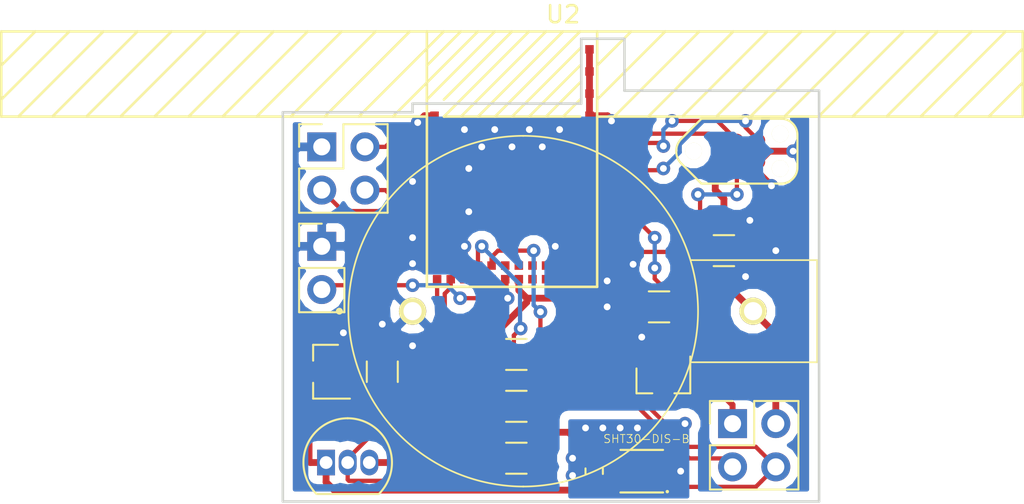
<source format=kicad_pcb>
(kicad_pcb (version 20171130) (host pcbnew "(5.0.1-3-g963ef8bb5)")

  (general
    (thickness 1.6)
    (drawings 11)
    (tracks 254)
    (zones 0)
    (modules 17)
    (nets 60)
  )

  (page A4)
  (layers
    (0 F.Cu signal)
    (31 B.Cu signal)
    (32 B.Adhes user)
    (33 F.Adhes user)
    (34 B.Paste user)
    (35 F.Paste user)
    (36 B.SilkS user)
    (37 F.SilkS user)
    (38 B.Mask user)
    (39 F.Mask user)
    (40 Dwgs.User user)
    (41 Cmts.User user)
    (42 Eco1.User user)
    (43 Eco2.User user)
    (44 Edge.Cuts user)
    (45 Margin user)
    (46 B.CrtYd user)
    (47 F.CrtYd user)
    (48 B.Fab user)
    (49 F.Fab user)
  )

  (setup
    (last_trace_width 0.25)
    (trace_clearance 0.2)
    (zone_clearance 0.1)
    (zone_45_only no)
    (trace_min 0.2)
    (segment_width 0.2)
    (edge_width 0.15)
    (via_size 0.8)
    (via_drill 0.4)
    (via_min_size 0.4)
    (via_min_drill 0.3)
    (uvia_size 0.3)
    (uvia_drill 0.1)
    (uvias_allowed no)
    (uvia_min_size 0.2)
    (uvia_min_drill 0.1)
    (pcb_text_width 0.3)
    (pcb_text_size 1.5 1.5)
    (mod_edge_width 0.15)
    (mod_text_size 1 1)
    (mod_text_width 0.15)
    (pad_size 1.524 1.524)
    (pad_drill 0.762)
    (pad_to_mask_clearance 0.051)
    (solder_mask_min_width 0.25)
    (aux_axis_origin 0 0)
    (visible_elements FFFFFF7F)
    (pcbplotparams
      (layerselection 0x010fc_ffffffff)
      (usegerberextensions false)
      (usegerberattributes false)
      (usegerberadvancedattributes false)
      (creategerberjobfile false)
      (excludeedgelayer true)
      (linewidth 0.100000)
      (plotframeref false)
      (viasonmask false)
      (mode 1)
      (useauxorigin false)
      (hpglpennumber 1)
      (hpglpenspeed 20)
      (hpglpendiameter 15.000000)
      (psnegative false)
      (psa4output false)
      (plotreference true)
      (plotvalue true)
      (plotinvisibletext false)
      (padsonsilk false)
      (subtractmaskfromsilk false)
      (outputformat 1)
      (mirror false)
      (drillshape 1)
      (scaleselection 1)
      (outputdirectory ""))
  )

  (net 0 "")
  (net 1 +3V3)
  (net 2 /SENSOR_GND)
  (net 3 /UART_TX)
  (net 4 GND)
  (net 5 /SWDIO_EXT)
  (net 6 /SWDCLK_EXT)
  (net 7 /nRESET)
  (net 8 /SWO_EXT)
  (net 9 /SENSOR_PWR)
  (net 10 /SDA)
  (net 11 /SCL)
  (net 12 /DS18B20)
  (net 13 "Net-(U2-Pad39)")
  (net 14 "Net-(U2-Pad37)")
  (net 15 "Net-(U2-Pad29)")
  (net 16 "Net-(U2-Pad27)")
  (net 17 "Net-(U2-Pad24)")
  (net 18 "Net-(U2-Pad44)")
  (net 19 "Net-(U2-Pad34)")
  (net 20 "Net-(U2-Pad32)")
  (net 21 "Net-(U2-Pad30)")
  (net 22 "Net-(U2-Pad28)")
  (net 23 "Net-(U2-Pad45)")
  (net 24 "Net-(U2-Pad46)")
  (net 25 "Net-(U2-Pad49)")
  (net 26 "Net-(U2-Pad57)")
  (net 27 "Net-(U2-Pad59)")
  (net 28 "Net-(U2-Pad63)")
  (net 29 "Net-(U2-Pad64)")
  (net 30 "Net-(U2-Pad62)")
  (net 31 "Net-(U2-Pad60)")
  (net 32 "Net-(U2-Pad56)")
  (net 33 "Net-(U2-Pad54)")
  (net 34 "Net-(U2-Pad50)")
  (net 35 "Net-(U2-Pad48)")
  (net 36 "Net-(U2-Pad17)")
  (net 37 "Net-(U2-Pad15)")
  (net 38 "Net-(U2-Pad13)")
  (net 39 "Net-(U2-Pad11)")
  (net 40 "Net-(U2-Pad5)")
  (net 41 "Net-(U2-Pad2)")
  (net 42 "Net-(U2-Pad4)")
  (net 43 "Net-(U2-Pad6)")
  (net 44 "Net-(U2-Pad8)")
  (net 45 "Net-(U2-Pad10)")
  (net 46 "Net-(U2-Pad12)")
  (net 47 "Net-(U2-Pad14)")
  (net 48 "Net-(U2-Pad16)")
  (net 49 "Net-(U2-Pad18)")
  (net 50 "Net-(U2-Pad20)")
  (net 51 "Net-(U3-Pad3)")
  (net 52 "Net-(U3-Pad6)")
  (net 53 "Net-(U2-Pad22)")
  (net 54 "Net-(U2-Pad21)")
  (net 55 /OLED_PWR)
  (net 56 /OLED_GND)
  (net 57 /BTN-1)
  (net 58 /BTN-2)
  (net 59 /BTN-3)

  (net_class Default "This is the default net class."
    (clearance 0.2)
    (trace_width 0.25)
    (via_dia 0.8)
    (via_drill 0.4)
    (uvia_dia 0.3)
    (uvia_drill 0.1)
    (add_net /BTN-1)
    (add_net /BTN-2)
    (add_net /BTN-3)
    (add_net /DS18B20)
    (add_net /OLED_GND)
    (add_net /OLED_PWR)
    (add_net /SCL)
    (add_net /SDA)
    (add_net /SENSOR_PWR)
    (add_net /SWDCLK_EXT)
    (add_net /SWDIO_EXT)
    (add_net /SWO_EXT)
    (add_net /UART_TX)
    (add_net /nRESET)
    (add_net "Net-(U2-Pad10)")
    (add_net "Net-(U2-Pad11)")
    (add_net "Net-(U2-Pad12)")
    (add_net "Net-(U2-Pad13)")
    (add_net "Net-(U2-Pad14)")
    (add_net "Net-(U2-Pad15)")
    (add_net "Net-(U2-Pad16)")
    (add_net "Net-(U2-Pad17)")
    (add_net "Net-(U2-Pad18)")
    (add_net "Net-(U2-Pad2)")
    (add_net "Net-(U2-Pad20)")
    (add_net "Net-(U2-Pad21)")
    (add_net "Net-(U2-Pad22)")
    (add_net "Net-(U2-Pad24)")
    (add_net "Net-(U2-Pad27)")
    (add_net "Net-(U2-Pad28)")
    (add_net "Net-(U2-Pad29)")
    (add_net "Net-(U2-Pad30)")
    (add_net "Net-(U2-Pad32)")
    (add_net "Net-(U2-Pad34)")
    (add_net "Net-(U2-Pad37)")
    (add_net "Net-(U2-Pad39)")
    (add_net "Net-(U2-Pad4)")
    (add_net "Net-(U2-Pad44)")
    (add_net "Net-(U2-Pad45)")
    (add_net "Net-(U2-Pad46)")
    (add_net "Net-(U2-Pad48)")
    (add_net "Net-(U2-Pad49)")
    (add_net "Net-(U2-Pad5)")
    (add_net "Net-(U2-Pad50)")
    (add_net "Net-(U2-Pad54)")
    (add_net "Net-(U2-Pad56)")
    (add_net "Net-(U2-Pad57)")
    (add_net "Net-(U2-Pad59)")
    (add_net "Net-(U2-Pad6)")
    (add_net "Net-(U2-Pad60)")
    (add_net "Net-(U2-Pad62)")
    (add_net "Net-(U2-Pad63)")
    (add_net "Net-(U2-Pad64)")
    (add_net "Net-(U2-Pad8)")
    (add_net "Net-(U3-Pad3)")
    (add_net "Net-(U3-Pad6)")
  )

  (net_class Power ""
    (clearance 0.2)
    (trace_width 0.4)
    (via_dia 0.8)
    (via_drill 0.4)
    (uvia_dia 0.3)
    (uvia_drill 0.1)
    (add_net +3V3)
    (add_net GND)
  )

  (net_class thin ""
    (clearance 0.2)
    (trace_width 0.2)
    (via_dia 0.8)
    (via_drill 0.4)
    (uvia_dia 0.3)
    (uvia_drill 0.1)
    (add_net /SENSOR_GND)
  )

  (module Connector_PinHeader_2.54mm:PinHeader_1x02_P2.54mm_Vertical (layer F.Cu) (tedit 5C97AC4A) (tstamp 5CB1DB14)
    (at 103.632 75.692)
    (descr "Through hole straight pin header, 1x02, 2.54mm pitch, single row")
    (tags "Through hole pin header THT 1x02 2.54mm single row")
    (path /5CA762C8)
    (fp_text reference J1 (at 0 -2.33) (layer F.SilkS) hide
      (effects (font (size 1 1) (thickness 0.15)))
    )
    (fp_text value UART (at 2.54 1.524 90) (layer F.Fab)
      (effects (font (size 1 1) (thickness 0.15)))
    )
    (fp_line (start -0.635 -1.27) (end 1.27 -1.27) (layer F.Fab) (width 0.1))
    (fp_line (start 1.27 -1.27) (end 1.27 3.81) (layer F.Fab) (width 0.1))
    (fp_line (start 1.27 3.81) (end -1.27 3.81) (layer F.Fab) (width 0.1))
    (fp_line (start -1.27 3.81) (end -1.27 -0.635) (layer F.Fab) (width 0.1))
    (fp_line (start -1.27 -0.635) (end -0.635 -1.27) (layer F.Fab) (width 0.1))
    (fp_line (start -1.33 3.87) (end 1.33 3.87) (layer F.SilkS) (width 0.12))
    (fp_line (start -1.33 1.27) (end -1.33 3.87) (layer F.SilkS) (width 0.12))
    (fp_line (start 1.33 1.27) (end 1.33 3.87) (layer F.SilkS) (width 0.12))
    (fp_line (start -1.33 1.27) (end 1.33 1.27) (layer F.SilkS) (width 0.12))
    (fp_line (start -1.33 0) (end -1.33 -1.33) (layer F.SilkS) (width 0.12))
    (fp_line (start -1.33 -1.33) (end 0 -1.33) (layer F.SilkS) (width 0.12))
    (fp_line (start -1.8 -1.8) (end -1.8 4.35) (layer F.CrtYd) (width 0.05))
    (fp_line (start -1.8 4.35) (end 1.8 4.35) (layer F.CrtYd) (width 0.05))
    (fp_line (start 1.8 4.35) (end 1.8 -1.8) (layer F.CrtYd) (width 0.05))
    (fp_line (start 1.8 -1.8) (end -1.8 -1.8) (layer F.CrtYd) (width 0.05))
    (fp_text user %R (at 0 1.27 90) (layer F.Fab) hide
      (effects (font (size 1 1) (thickness 0.15)))
    )
    (pad 1 thru_hole rect (at 0 0) (size 1.7 1.7) (drill 1) (layers *.Cu *.Mask)
      (net 4 GND))
    (pad 2 thru_hole oval (at 0 2.54) (size 1.7 1.7) (drill 1) (layers *.Cu *.Mask)
      (net 3 /UART_TX))
    (model ${KISYS3DMOD}/Connector_PinHeader_2.54mm.3dshapes/PinHeader_1x02_P2.54mm_Vertical.wrl
      (at (xyz 0 0 0))
      (scale (xyz 1 1 1))
      (rotate (xyz 0 0 0))
    )
  )

  (module Capacitor_SMD:C_0603_1608Metric (layer F.Cu) (tedit 5C97A40A) (tstamp 5CB0DC47)
    (at 119.634 88.9 270)
    (descr "Capacitor SMD 0603 (1608 Metric), square (rectangular) end terminal, IPC_7351 nominal, (Body size source: http://www.tortai-tech.com/upload/download/2011102023233369053.pdf), generated with kicad-footprint-generator")
    (tags capacitor)
    (path /5C5F7FF2)
    (attr smd)
    (fp_text reference C1 (at 0 -1.43 270) (layer F.SilkS) hide
      (effects (font (size 1 1) (thickness 0.15)))
    )
    (fp_text value 100nF (at -1.778 0) (layer F.Fab)
      (effects (font (size 0.5 0.5) (thickness 0.075)))
    )
    (fp_line (start -0.8 0.4) (end -0.8 -0.4) (layer F.Fab) (width 0.1))
    (fp_line (start -0.8 -0.4) (end 0.8 -0.4) (layer F.Fab) (width 0.1))
    (fp_line (start 0.8 -0.4) (end 0.8 0.4) (layer F.Fab) (width 0.1))
    (fp_line (start 0.8 0.4) (end -0.8 0.4) (layer F.Fab) (width 0.1))
    (fp_line (start -0.162779 -0.51) (end 0.162779 -0.51) (layer F.SilkS) (width 0.12))
    (fp_line (start -0.162779 0.51) (end 0.162779 0.51) (layer F.SilkS) (width 0.12))
    (fp_line (start -1.48 0.73) (end -1.48 -0.73) (layer F.CrtYd) (width 0.05))
    (fp_line (start -1.48 -0.73) (end 1.48 -0.73) (layer F.CrtYd) (width 0.05))
    (fp_line (start 1.48 -0.73) (end 1.48 0.73) (layer F.CrtYd) (width 0.05))
    (fp_line (start 1.48 0.73) (end -1.48 0.73) (layer F.CrtYd) (width 0.05))
    (fp_text user %R (at 0 0 270) (layer F.Fab)
      (effects (font (size 0.4 0.4) (thickness 0.06)))
    )
    (pad 1 smd roundrect (at -0.7875 0 270) (size 0.875 0.95) (layers F.Cu F.Paste F.Mask) (roundrect_rratio 0.25)
      (net 1 +3V3))
    (pad 2 smd roundrect (at 0.7875 0 270) (size 0.875 0.95) (layers F.Cu F.Paste F.Mask) (roundrect_rratio 0.25)
      (net 2 /SENSOR_GND))
    (model ${KISYS3DMOD}/Capacitor_SMD.3dshapes/C_0603_1608Metric.wrl
      (at (xyz 0 0 0))
      (scale (xyz 1 1 1))
      (rotate (xyz 0 0 0))
    )
  )

  (module Tag-Connect:TC2030-NL_SMALL (layer F.Cu) (tedit 5C97B2DC) (tstamp 5CB0E458)
    (at 128.016 70.104)
    (descr "Tag-Connect TC2030-NL footprint by carloscuev@gmail.com")
    (tags "Tag-Connect TC2030-NL")
    (path /5C982CF8)
    (clearance 0.127)
    (attr virtual)
    (fp_text reference P1 (at 0 -2.54) (layer F.SilkS) hide
      (effects (font (size 0.75692 0.75692) (thickness 0.127)))
    )
    (fp_text value TC2030-CTX (at 0 2.667) (layer F.SilkS) hide
      (effects (font (size 0.75692 0.75692) (thickness 0.127)))
    )
    (fp_line (start 2.6035 1.905) (end -2.0828 1.905) (layer F.SilkS) (width 0.127))
    (fp_line (start 2.6035 -1.905) (end -2.0828 -1.905) (layer F.SilkS) (width 0.127))
    (fp_line (start -3.2639 0.7239) (end -2.0828 1.905) (layer F.SilkS) (width 0.127))
    (fp_line (start -3.2639 -0.7239) (end -2.0828 -1.905) (layer F.SilkS) (width 0.127))
    (fp_arc (start -2.54 0) (end -3.2639 0.7239) (angle 90) (layer F.SilkS) (width 0.127))
    (fp_line (start 3.556 -0.9525) (end 3.556 0.9525) (layer F.SilkS) (width 0.127))
    (fp_arc (start 2.6035 0.9525) (end 3.556 0.9525) (angle 90) (layer F.SilkS) (width 0.127))
    (fp_arc (start 2.6035 -0.9525) (end 2.6035 -1.905) (angle 90) (layer F.SilkS) (width 0.127))
    (pad 1 connect circle (at -1.27 0.635) (size 0.78486 0.78486) (layers F.Cu F.Mask)
      (net 1 +3V3))
    (pad 2 connect circle (at -1.27 -0.635) (size 0.78486 0.78486) (layers F.Cu F.Mask)
      (net 5 /SWDIO_EXT))
    (pad 3 connect circle (at 0 0.635) (size 0.78486 0.78486) (layers F.Cu F.Mask)
      (net 7 /nRESET))
    (pad 4 connect circle (at 0 -0.635) (size 0.78486 0.78486) (layers F.Cu F.Mask)
      (net 6 /SWDCLK_EXT))
    (pad 5 connect circle (at 1.27 0.635) (size 0.78486 0.78486) (layers F.Cu F.Mask)
      (net 4 GND))
    (pad 6 connect circle (at 1.27 -0.635) (size 0.78486 0.78486) (layers F.Cu F.Mask)
      (net 8 /SWO_EXT))
    (pad "" np_thru_hole circle (at -2.54 0) (size 0.98806 0.98806) (drill 0.98806) (layers *.Cu *.Mask F.SilkS))
    (pad "" np_thru_hole circle (at 2.54 -1.016) (size 0.98552 0.98552) (drill 0.98552) (layers *.Cu *.Mask F.SilkS))
    (pad "" np_thru_hole circle (at 2.54 1.016) (size 0.98552 0.98552) (drill 0.98552) (layers *.Cu *.Mask F.SilkS))
  )

  (module Package_TO_SOT_SMD:SOT-23 (layer F.Cu) (tedit 5C97A20D) (tstamp 5CB0DCDA)
    (at 103.886 83.058 180)
    (descr "SOT-23, Standard")
    (tags SOT-23)
    (path /5C695AC0)
    (attr smd)
    (fp_text reference Q1 (at 0 -2.5 180) (layer F.SilkS) hide
      (effects (font (size 1 1) (thickness 0.15)))
    )
    (fp_text value NX7002AK.215 (at 0 2.5 180) (layer F.Fab) hide
      (effects (font (size 1 1) (thickness 0.15)))
    )
    (fp_text user %R (at 0 0 270) (layer F.Fab)
      (effects (font (size 0.5 0.5) (thickness 0.075)))
    )
    (fp_line (start -0.7 -0.95) (end -0.7 1.5) (layer F.Fab) (width 0.1))
    (fp_line (start -0.15 -1.52) (end 0.7 -1.52) (layer F.Fab) (width 0.1))
    (fp_line (start -0.7 -0.95) (end -0.15 -1.52) (layer F.Fab) (width 0.1))
    (fp_line (start 0.7 -1.52) (end 0.7 1.52) (layer F.Fab) (width 0.1))
    (fp_line (start -0.7 1.52) (end 0.7 1.52) (layer F.Fab) (width 0.1))
    (fp_line (start 0.76 1.58) (end 0.76 0.65) (layer F.SilkS) (width 0.12))
    (fp_line (start 0.76 -1.58) (end 0.76 -0.65) (layer F.SilkS) (width 0.12))
    (fp_line (start -1.7 -1.75) (end 1.7 -1.75) (layer F.CrtYd) (width 0.05))
    (fp_line (start 1.7 -1.75) (end 1.7 1.75) (layer F.CrtYd) (width 0.05))
    (fp_line (start 1.7 1.75) (end -1.7 1.75) (layer F.CrtYd) (width 0.05))
    (fp_line (start -1.7 1.75) (end -1.7 -1.75) (layer F.CrtYd) (width 0.05))
    (fp_line (start 0.76 -1.58) (end -1.4 -1.58) (layer F.SilkS) (width 0.12))
    (fp_line (start 0.76 1.58) (end -0.7 1.58) (layer F.SilkS) (width 0.12))
    (pad 1 smd rect (at -1 -0.95 180) (size 0.9 0.8) (layers F.Cu F.Paste F.Mask)
      (net 9 /SENSOR_PWR))
    (pad 2 smd rect (at -1 0.95 180) (size 0.9 0.8) (layers F.Cu F.Paste F.Mask)
      (net 4 GND))
    (pad 3 smd rect (at 1 0 180) (size 0.9 0.8) (layers F.Cu F.Paste F.Mask)
      (net 2 /SENSOR_GND))
    (model ${KISYS3DMOD}/Package_TO_SOT_SMD.3dshapes/SOT-23.wrl
      (at (xyz 0 0 0))
      (scale (xyz 1 1 1))
      (rotate (xyz 0 0 0))
    )
  )

  (module Package_TO_SOT_SMD:SOT-23 (layer F.Cu) (tedit 5C97A14A) (tstamp 5CB0DCEF)
    (at 123.698 83.566 270)
    (descr "SOT-23, Standard")
    (tags SOT-23)
    (path /5CA17FC7)
    (attr smd)
    (fp_text reference Q2 (at 0 -2.5 270) (layer F.SilkS) hide
      (effects (font (size 1 1) (thickness 0.15)))
    )
    (fp_text value NX7002AK.215 (at 0 2.5 270) (layer F.Fab) hide
      (effects (font (size 1 1) (thickness 0.15)))
    )
    (fp_line (start 0.76 1.58) (end -0.7 1.58) (layer F.SilkS) (width 0.12))
    (fp_line (start 0.76 -1.58) (end -1.4 -1.58) (layer F.SilkS) (width 0.12))
    (fp_line (start -1.7 1.75) (end -1.7 -1.75) (layer F.CrtYd) (width 0.05))
    (fp_line (start 1.7 1.75) (end -1.7 1.75) (layer F.CrtYd) (width 0.05))
    (fp_line (start 1.7 -1.75) (end 1.7 1.75) (layer F.CrtYd) (width 0.05))
    (fp_line (start -1.7 -1.75) (end 1.7 -1.75) (layer F.CrtYd) (width 0.05))
    (fp_line (start 0.76 -1.58) (end 0.76 -0.65) (layer F.SilkS) (width 0.12))
    (fp_line (start 0.76 1.58) (end 0.76 0.65) (layer F.SilkS) (width 0.12))
    (fp_line (start -0.7 1.52) (end 0.7 1.52) (layer F.Fab) (width 0.1))
    (fp_line (start 0.7 -1.52) (end 0.7 1.52) (layer F.Fab) (width 0.1))
    (fp_line (start -0.7 -0.95) (end -0.15 -1.52) (layer F.Fab) (width 0.1))
    (fp_line (start -0.15 -1.52) (end 0.7 -1.52) (layer F.Fab) (width 0.1))
    (fp_line (start -0.7 -0.95) (end -0.7 1.5) (layer F.Fab) (width 0.1))
    (fp_text user %R (at 0 0) (layer F.Fab)
      (effects (font (size 0.5 0.5) (thickness 0.075)))
    )
    (pad 3 smd rect (at 1 0 270) (size 0.9 0.8) (layers F.Cu F.Paste F.Mask)
      (net 56 /OLED_GND))
    (pad 2 smd rect (at -1 0.95 270) (size 0.9 0.8) (layers F.Cu F.Paste F.Mask)
      (net 4 GND))
    (pad 1 smd rect (at -1 -0.95 270) (size 0.9 0.8) (layers F.Cu F.Paste F.Mask)
      (net 55 /OLED_PWR))
    (model ${KISYS3DMOD}/Package_TO_SOT_SMD.3dshapes/SOT-23.wrl
      (at (xyz 0 0 0))
      (scale (xyz 1 1 1))
      (rotate (xyz 0 0 0))
    )
  )

  (module Resistor_SMD:R_1206_3216Metric (layer F.Cu) (tedit 5C97AC5E) (tstamp 5CB0DD00)
    (at 115.062 82.042)
    (descr "Resistor SMD 1206 (3216 Metric), square (rectangular) end terminal, IPC_7351 nominal, (Body size source: http://www.tortai-tech.com/upload/download/2011102023233369053.pdf), generated with kicad-footprint-generator")
    (tags resistor)
    (path /5C5F70CD)
    (attr smd)
    (fp_text reference R1 (at 0 -1.82) (layer F.SilkS) hide
      (effects (font (size 1 1) (thickness 0.15)))
    )
    (fp_text value 4,7k (at 2.794 0 90) (layer F.Fab)
      (effects (font (size 0.5 0.5) (thickness 0.075)))
    )
    (fp_text user %R (at 0 0) (layer F.Fab)
      (effects (font (size 0.8 0.8) (thickness 0.12)))
    )
    (fp_line (start 2.28 1.12) (end -2.28 1.12) (layer F.CrtYd) (width 0.05))
    (fp_line (start 2.28 -1.12) (end 2.28 1.12) (layer F.CrtYd) (width 0.05))
    (fp_line (start -2.28 -1.12) (end 2.28 -1.12) (layer F.CrtYd) (width 0.05))
    (fp_line (start -2.28 1.12) (end -2.28 -1.12) (layer F.CrtYd) (width 0.05))
    (fp_line (start -0.602064 0.91) (end 0.602064 0.91) (layer F.SilkS) (width 0.12))
    (fp_line (start -0.602064 -0.91) (end 0.602064 -0.91) (layer F.SilkS) (width 0.12))
    (fp_line (start 1.6 0.8) (end -1.6 0.8) (layer F.Fab) (width 0.1))
    (fp_line (start 1.6 -0.8) (end 1.6 0.8) (layer F.Fab) (width 0.1))
    (fp_line (start -1.6 -0.8) (end 1.6 -0.8) (layer F.Fab) (width 0.1))
    (fp_line (start -1.6 0.8) (end -1.6 -0.8) (layer F.Fab) (width 0.1))
    (pad 2 smd roundrect (at 1.4 0) (size 1.25 1.75) (layers F.Cu F.Paste F.Mask) (roundrect_rratio 0.2)
      (net 10 /SDA))
    (pad 1 smd roundrect (at -1.4 0) (size 1.25 1.75) (layers F.Cu F.Paste F.Mask) (roundrect_rratio 0.2)
      (net 1 +3V3))
    (model ${KISYS3DMOD}/Resistor_SMD.3dshapes/R_1206_3216Metric.wrl
      (at (xyz 0 0 0))
      (scale (xyz 1 1 1))
      (rotate (xyz 0 0 0))
    )
  )

  (module Resistor_SMD:R_1206_3216Metric (layer F.Cu) (tedit 5C97AC70) (tstamp 5CB1DF4D)
    (at 115.062 85.09)
    (descr "Resistor SMD 1206 (3216 Metric), square (rectangular) end terminal, IPC_7351 nominal, (Body size source: http://www.tortai-tech.com/upload/download/2011102023233369053.pdf), generated with kicad-footprint-generator")
    (tags resistor)
    (path /5C5F703A)
    (attr smd)
    (fp_text reference R2 (at 0 -1.82) (layer F.SilkS) hide
      (effects (font (size 1 1) (thickness 0.15)))
    )
    (fp_text value 4,7k (at 2.794 0 90) (layer F.Fab)
      (effects (font (size 0.5 0.5) (thickness 0.075)))
    )
    (fp_line (start -1.6 0.8) (end -1.6 -0.8) (layer F.Fab) (width 0.1))
    (fp_line (start -1.6 -0.8) (end 1.6 -0.8) (layer F.Fab) (width 0.1))
    (fp_line (start 1.6 -0.8) (end 1.6 0.8) (layer F.Fab) (width 0.1))
    (fp_line (start 1.6 0.8) (end -1.6 0.8) (layer F.Fab) (width 0.1))
    (fp_line (start -0.602064 -0.91) (end 0.602064 -0.91) (layer F.SilkS) (width 0.12))
    (fp_line (start -0.602064 0.91) (end 0.602064 0.91) (layer F.SilkS) (width 0.12))
    (fp_line (start -2.28 1.12) (end -2.28 -1.12) (layer F.CrtYd) (width 0.05))
    (fp_line (start -2.28 -1.12) (end 2.28 -1.12) (layer F.CrtYd) (width 0.05))
    (fp_line (start 2.28 -1.12) (end 2.28 1.12) (layer F.CrtYd) (width 0.05))
    (fp_line (start 2.28 1.12) (end -2.28 1.12) (layer F.CrtYd) (width 0.05))
    (fp_text user %R (at 0 0 180) (layer F.Fab)
      (effects (font (size 0.8 0.8) (thickness 0.12)))
    )
    (pad 1 smd roundrect (at -1.4 0) (size 1.25 1.75) (layers F.Cu F.Paste F.Mask) (roundrect_rratio 0.2)
      (net 1 +3V3))
    (pad 2 smd roundrect (at 1.4 0) (size 1.25 1.75) (layers F.Cu F.Paste F.Mask) (roundrect_rratio 0.2)
      (net 11 /SCL))
    (model ${KISYS3DMOD}/Resistor_SMD.3dshapes/R_1206_3216Metric.wrl
      (at (xyz 0 0 0))
      (scale (xyz 1 1 1))
      (rotate (xyz 0 0 0))
    )
  )

  (module Resistor_SMD:R_1206_3216Metric (layer F.Cu) (tedit 5C97AAA0) (tstamp 5CB0DD22)
    (at 107.188 83.058 90)
    (descr "Resistor SMD 1206 (3216 Metric), square (rectangular) end terminal, IPC_7351 nominal, (Body size source: http://www.tortai-tech.com/upload/download/2011102023233369053.pdf), generated with kicad-footprint-generator")
    (tags resistor)
    (path /5C6978A7)
    (attr smd)
    (fp_text reference R3 (at 0 -1.82 90) (layer F.SilkS) hide
      (effects (font (size 1 1) (thickness 0.15)))
    )
    (fp_text value 100k (at -1.016 1.524 90) (layer F.Fab)
      (effects (font (size 0.5 0.5) (thickness 0.075)))
    )
    (fp_text user %R (at 0 0 90) (layer F.Fab)
      (effects (font (size 0.8 0.8) (thickness 0.12)))
    )
    (fp_line (start 2.28 1.12) (end -2.28 1.12) (layer F.CrtYd) (width 0.05))
    (fp_line (start 2.28 -1.12) (end 2.28 1.12) (layer F.CrtYd) (width 0.05))
    (fp_line (start -2.28 -1.12) (end 2.28 -1.12) (layer F.CrtYd) (width 0.05))
    (fp_line (start -2.28 1.12) (end -2.28 -1.12) (layer F.CrtYd) (width 0.05))
    (fp_line (start -0.602064 0.91) (end 0.602064 0.91) (layer F.SilkS) (width 0.12))
    (fp_line (start -0.602064 -0.91) (end 0.602064 -0.91) (layer F.SilkS) (width 0.12))
    (fp_line (start 1.6 0.8) (end -1.6 0.8) (layer F.Fab) (width 0.1))
    (fp_line (start 1.6 -0.8) (end 1.6 0.8) (layer F.Fab) (width 0.1))
    (fp_line (start -1.6 -0.8) (end 1.6 -0.8) (layer F.Fab) (width 0.1))
    (fp_line (start -1.6 0.8) (end -1.6 -0.8) (layer F.Fab) (width 0.1))
    (pad 2 smd roundrect (at 1.4 0 90) (size 1.25 1.75) (layers F.Cu F.Paste F.Mask) (roundrect_rratio 0.2)
      (net 4 GND))
    (pad 1 smd roundrect (at -1.4 0 90) (size 1.25 1.75) (layers F.Cu F.Paste F.Mask) (roundrect_rratio 0.2)
      (net 9 /SENSOR_PWR))
    (model ${KISYS3DMOD}/Resistor_SMD.3dshapes/R_1206_3216Metric.wrl
      (at (xyz 0 0 0))
      (scale (xyz 1 1 1))
      (rotate (xyz 0 0 0))
    )
  )

  (module Resistor_SMD:R_1206_3216Metric (layer F.Cu) (tedit 5C97AC67) (tstamp 5CB0DD33)
    (at 115.062 88.138)
    (descr "Resistor SMD 1206 (3216 Metric), square (rectangular) end terminal, IPC_7351 nominal, (Body size source: http://www.tortai-tech.com/upload/download/2011102023233369053.pdf), generated with kicad-footprint-generator")
    (tags resistor)
    (path /5C6F1E14)
    (attr smd)
    (fp_text reference R4 (at 0 -1.82) (layer F.SilkS) hide
      (effects (font (size 1 1) (thickness 0.15)))
    )
    (fp_text value 4,7k (at 2.794 0 90) (layer F.Fab)
      (effects (font (size 0.5 0.5) (thickness 0.075)))
    )
    (fp_line (start -1.6 0.8) (end -1.6 -0.8) (layer F.Fab) (width 0.1))
    (fp_line (start -1.6 -0.8) (end 1.6 -0.8) (layer F.Fab) (width 0.1))
    (fp_line (start 1.6 -0.8) (end 1.6 0.8) (layer F.Fab) (width 0.1))
    (fp_line (start 1.6 0.8) (end -1.6 0.8) (layer F.Fab) (width 0.1))
    (fp_line (start -0.602064 -0.91) (end 0.602064 -0.91) (layer F.SilkS) (width 0.12))
    (fp_line (start -0.602064 0.91) (end 0.602064 0.91) (layer F.SilkS) (width 0.12))
    (fp_line (start -2.28 1.12) (end -2.28 -1.12) (layer F.CrtYd) (width 0.05))
    (fp_line (start -2.28 -1.12) (end 2.28 -1.12) (layer F.CrtYd) (width 0.05))
    (fp_line (start 2.28 -1.12) (end 2.28 1.12) (layer F.CrtYd) (width 0.05))
    (fp_line (start 2.28 1.12) (end -2.28 1.12) (layer F.CrtYd) (width 0.05))
    (fp_text user %R (at 0 0) (layer F.Fab)
      (effects (font (size 0.8 0.8) (thickness 0.12)))
    )
    (pad 1 smd roundrect (at -1.4 0) (size 1.25 1.75) (layers F.Cu F.Paste F.Mask) (roundrect_rratio 0.2)
      (net 1 +3V3))
    (pad 2 smd roundrect (at 1.4 0) (size 1.25 1.75) (layers F.Cu F.Paste F.Mask) (roundrect_rratio 0.2)
      (net 12 /DS18B20))
    (model ${KISYS3DMOD}/Resistor_SMD.3dshapes/R_1206_3216Metric.wrl
      (at (xyz 0 0 0))
      (scale (xyz 1 1 1))
      (rotate (xyz 0 0 0))
    )
  )

  (module Resistor_SMD:R_1206_3216Metric (layer F.Cu) (tedit 5C97A955) (tstamp 5CB1C2BB)
    (at 123.444 79.248 180)
    (descr "Resistor SMD 1206 (3216 Metric), square (rectangular) end terminal, IPC_7351 nominal, (Body size source: http://www.tortai-tech.com/upload/download/2011102023233369053.pdf), generated with kicad-footprint-generator")
    (tags resistor)
    (path /5CA17FD5)
    (attr smd)
    (fp_text reference R5 (at 0 -1.82 180) (layer F.SilkS) hide
      (effects (font (size 1 1) (thickness 0.15)))
    )
    (fp_text value 100k (at 1.524 1.524) (layer F.Fab)
      (effects (font (size 0.5 0.5) (thickness 0.075)))
    )
    (fp_text user %R (at 0 0 180) (layer F.Fab)
      (effects (font (size 0.8 0.8) (thickness 0.12)))
    )
    (fp_line (start 2.28 1.12) (end -2.28 1.12) (layer F.CrtYd) (width 0.05))
    (fp_line (start 2.28 -1.12) (end 2.28 1.12) (layer F.CrtYd) (width 0.05))
    (fp_line (start -2.28 -1.12) (end 2.28 -1.12) (layer F.CrtYd) (width 0.05))
    (fp_line (start -2.28 1.12) (end -2.28 -1.12) (layer F.CrtYd) (width 0.05))
    (fp_line (start -0.602064 0.91) (end 0.602064 0.91) (layer F.SilkS) (width 0.12))
    (fp_line (start -0.602064 -0.91) (end 0.602064 -0.91) (layer F.SilkS) (width 0.12))
    (fp_line (start 1.6 0.8) (end -1.6 0.8) (layer F.Fab) (width 0.1))
    (fp_line (start 1.6 -0.8) (end 1.6 0.8) (layer F.Fab) (width 0.1))
    (fp_line (start -1.6 -0.8) (end 1.6 -0.8) (layer F.Fab) (width 0.1))
    (fp_line (start -1.6 0.8) (end -1.6 -0.8) (layer F.Fab) (width 0.1))
    (pad 2 smd roundrect (at 1.4 0 180) (size 1.25 1.75) (layers F.Cu F.Paste F.Mask) (roundrect_rratio 0.2)
      (net 4 GND))
    (pad 1 smd roundrect (at -1.4 0 180) (size 1.25 1.75) (layers F.Cu F.Paste F.Mask) (roundrect_rratio 0.2)
      (net 55 /OLED_PWR))
    (model ${KISYS3DMOD}/Resistor_SMD.3dshapes/R_1206_3216Metric.wrl
      (at (xyz 0 0 0))
      (scale (xyz 1 1 1))
      (rotate (xyz 0 0 0))
    )
  )

  (module Resistor_SMD:R_1206_3216Metric (layer F.Cu) (tedit 5C97A23D) (tstamp 5CB0DD55)
    (at 127.254 75.946)
    (descr "Resistor SMD 1206 (3216 Metric), square (rectangular) end terminal, IPC_7351 nominal, (Body size source: http://www.tortai-tech.com/upload/download/2011102023233369053.pdf), generated with kicad-footprint-generator")
    (tags resistor)
    (path /5C623472)
    (attr smd)
    (fp_text reference SW1 (at 0 -1.82) (layer F.SilkS) hide
      (effects (font (size 1 1) (thickness 0.15)))
    )
    (fp_text value RESET (at -1.016 -1.778) (layer F.Fab)
      (effects (font (size 1 1) (thickness 0.15)))
    )
    (fp_line (start -1.6 0.8) (end -1.6 -0.8) (layer F.Fab) (width 0.1))
    (fp_line (start -1.6 -0.8) (end 1.6 -0.8) (layer F.Fab) (width 0.1))
    (fp_line (start 1.6 -0.8) (end 1.6 0.8) (layer F.Fab) (width 0.1))
    (fp_line (start 1.6 0.8) (end -1.6 0.8) (layer F.Fab) (width 0.1))
    (fp_line (start -0.602064 -0.91) (end 0.602064 -0.91) (layer F.SilkS) (width 0.12))
    (fp_line (start -0.602064 0.91) (end 0.602064 0.91) (layer F.SilkS) (width 0.12))
    (fp_line (start -2.28 1.12) (end -2.28 -1.12) (layer F.CrtYd) (width 0.05))
    (fp_line (start -2.28 -1.12) (end 2.28 -1.12) (layer F.CrtYd) (width 0.05))
    (fp_line (start 2.28 -1.12) (end 2.28 1.12) (layer F.CrtYd) (width 0.05))
    (fp_line (start 2.28 1.12) (end -2.28 1.12) (layer F.CrtYd) (width 0.05))
    (fp_text user %R (at 0 0) (layer F.Fab)
      (effects (font (size 0.8 0.8) (thickness 0.12)))
    )
    (pad 1 smd roundrect (at -1.4 0) (size 1.25 1.75) (layers F.Cu F.Paste F.Mask) (roundrect_rratio 0.2)
      (net 7 /nRESET))
    (pad 2 smd roundrect (at 1.4 0) (size 1.25 1.75) (layers F.Cu F.Paste F.Mask) (roundrect_rratio 0.2)
      (net 4 GND))
    (model ${KISYS3DMOD}/Resistor_SMD.3dshapes/R_1206_3216Metric.wrl
      (at (xyz 0 0 0))
      (scale (xyz 1 1 1))
      (rotate (xyz 0 0 0))
    )
  )

  (module Package_TO_SOT_THT:TO-92_Inline (layer F.Cu) (tedit 5C97A223) (tstamp 5CB1B08E)
    (at 103.886 88.392)
    (descr "TO-92 leads in-line, narrow, oval pads, drill 0.75mm (see NXP sot054_po.pdf)")
    (tags "to-92 sc-43 sc-43a sot54 PA33 transistor")
    (path /5C6AC06A)
    (fp_text reference U1 (at 1.27 -3.56) (layer F.SilkS) hide
      (effects (font (size 1 1) (thickness 0.15)))
    )
    (fp_text value DS18B20 (at 1.524 -1.778 180) (layer F.Fab)
      (effects (font (size 1 1) (thickness 0.15)))
    )
    (fp_text user %R (at 1.27 -3.56) (layer F.Fab) hide
      (effects (font (size 1 1) (thickness 0.15)))
    )
    (fp_line (start -0.53 1.85) (end 3.07 1.85) (layer F.SilkS) (width 0.12))
    (fp_line (start -0.5 1.75) (end 3 1.75) (layer F.Fab) (width 0.1))
    (fp_line (start -1.46 -2.73) (end 4 -2.73) (layer F.CrtYd) (width 0.05))
    (fp_line (start -1.46 -2.73) (end -1.46 2.01) (layer F.CrtYd) (width 0.05))
    (fp_line (start 4 2.01) (end 4 -2.73) (layer F.CrtYd) (width 0.05))
    (fp_line (start 4 2.01) (end -1.46 2.01) (layer F.CrtYd) (width 0.05))
    (fp_arc (start 1.27 0) (end 1.27 -2.48) (angle 135) (layer F.Fab) (width 0.1))
    (fp_arc (start 1.27 0) (end 1.27 -2.6) (angle -135) (layer F.SilkS) (width 0.12))
    (fp_arc (start 1.27 0) (end 1.27 -2.48) (angle -135) (layer F.Fab) (width 0.1))
    (fp_arc (start 1.27 0) (end 1.27 -2.6) (angle 135) (layer F.SilkS) (width 0.12))
    (pad 2 thru_hole oval (at 1.27 0) (size 1.05 1.5) (drill 0.75) (layers *.Cu *.Mask)
      (net 12 /DS18B20))
    (pad 3 thru_hole oval (at 2.54 0) (size 1.05 1.5) (drill 0.75) (layers *.Cu *.Mask)
      (net 1 +3V3))
    (pad 1 thru_hole rect (at 0 0) (size 1.05 1.5) (drill 0.75) (layers *.Cu *.Mask)
      (net 2 /SENSOR_GND))
    (model ${KISYS3DMOD}/Package_TO_SOT_THT.3dshapes/TO-92_Inline.wrl
      (at (xyz 0 0 0))
      (scale (xyz 1 1 1))
      (rotate (xyz 0 0 0))
    )
  )

  (module Laird:BL654 (layer F.Cu) (tedit 5C5FFBB9) (tstamp 5CB0DDE7)
    (at 114.808 68.072)
    (path /5C5F6F2C)
    (fp_text reference U2 (at 3 -6) (layer F.SilkS)
      (effects (font (size 1 1) (thickness 0.15)))
    )
    (fp_text value BL654 (at -3 -6) (layer F.Fab)
      (effects (font (size 1 1) (thickness 0.15)))
    )
    (fp_line (start -5 10) (end 5 10) (layer F.SilkS) (width 0.15))
    (fp_line (start 5 10) (end 5 -5) (layer F.SilkS) (width 0.15))
    (fp_line (start 5 -5) (end -5 -5) (layer F.SilkS) (width 0.15))
    (fp_line (start -5 -5) (end -5 10) (layer F.SilkS) (width 0.15))
    (fp_line (start -5 -4) (end -4 -5) (layer F.SilkS) (width 0.15))
    (fp_line (start -5 -3) (end -3 -5) (layer F.SilkS) (width 0.15))
    (fp_line (start -5 -2) (end -2 -5) (layer F.SilkS) (width 0.15))
    (fp_line (start -5 -1) (end -1 -5) (layer F.SilkS) (width 0.15))
    (fp_line (start -4 -1) (end 0 -5) (layer F.SilkS) (width 0.15))
    (fp_line (start -4 0) (end 1 -5) (layer F.SilkS) (width 0.15))
    (fp_line (start -3 0) (end 2 -5) (layer F.SilkS) (width 0.15))
    (fp_line (start -2 0) (end 3 -5) (layer F.SilkS) (width 0.15))
    (fp_line (start -1 0) (end 4 -5) (layer F.SilkS) (width 0.15))
    (fp_line (start 0 0) (end 4 -4) (layer F.SilkS) (width 0.15))
    (fp_line (start 1 0) (end 4 -3) (layer F.SilkS) (width 0.15))
    (fp_line (start 3 0) (end 4 -1) (layer F.SilkS) (width 0.15))
    (fp_line (start 2 0) (end 4 -2) (layer F.SilkS) (width 0.15))
    (fp_line (start -4 0) (end 4 0) (layer F.SilkS) (width 0.15))
    (fp_line (start 30 0) (end 5 0) (layer F.SilkS) (width 0.15))
    (fp_line (start 30 0) (end 30 -5) (layer F.SilkS) (width 0.15))
    (fp_line (start 30 -5) (end 5 -5) (layer F.SilkS) (width 0.15))
    (fp_line (start 5 -3) (end 7 -5) (layer F.SilkS) (width 0.15))
    (fp_line (start 5 -1) (end 9 -5) (layer F.SilkS) (width 0.15))
    (fp_line (start 6 0) (end 11 -5) (layer F.SilkS) (width 0.15))
    (fp_line (start 8 0) (end 13 -5) (layer F.SilkS) (width 0.15))
    (fp_line (start 10 0) (end 15 -5) (layer F.SilkS) (width 0.15))
    (fp_line (start 12 0) (end 17 -5) (layer F.SilkS) (width 0.15))
    (fp_line (start 14 0) (end 19 -5) (layer F.SilkS) (width 0.15))
    (fp_line (start 16 0) (end 21 -5) (layer F.SilkS) (width 0.15))
    (fp_line (start 18 0) (end 23 -5) (layer F.SilkS) (width 0.15))
    (fp_line (start 20 0) (end 25 -5) (layer F.SilkS) (width 0.15))
    (fp_line (start 22 0) (end 27 -5) (layer F.SilkS) (width 0.15))
    (fp_line (start 24 0) (end 29 -5) (layer F.SilkS) (width 0.15))
    (fp_line (start 26 0) (end 30 -4) (layer F.SilkS) (width 0.15))
    (fp_line (start 28 0) (end 30 -2) (layer F.SilkS) (width 0.15))
    (fp_line (start -30 0) (end -30 -5) (layer F.SilkS) (width 0.15))
    (fp_line (start -30 -3) (end -28 -5) (layer F.SilkS) (width 0.15))
    (fp_line (start -25 0) (end -20 -5) (layer F.SilkS) (width 0.15))
    (fp_line (start -21 0) (end -16 -5) (layer F.SilkS) (width 0.15))
    (fp_line (start -29 0) (end -24 -5) (layer F.SilkS) (width 0.15))
    (fp_line (start -5 -5) (end -30 -5) (layer F.SilkS) (width 0.15))
    (fp_line (start -23 0) (end -18 -5) (layer F.SilkS) (width 0.15))
    (fp_line (start -5 0) (end -30 0) (layer F.SilkS) (width 0.15))
    (fp_line (start -11 0) (end -6 -5) (layer F.SilkS) (width 0.15))
    (fp_line (start -15 0) (end -10 -5) (layer F.SilkS) (width 0.15))
    (fp_line (start -7 0) (end -5 -2) (layer F.SilkS) (width 0.15))
    (fp_line (start -9 0) (end -5 -4) (layer F.SilkS) (width 0.15))
    (fp_line (start -13 0) (end -8 -5) (layer F.SilkS) (width 0.15))
    (fp_line (start -17 0) (end -12 -5) (layer F.SilkS) (width 0.15))
    (fp_line (start -19 0) (end -14 -5) (layer F.SilkS) (width 0.15))
    (fp_line (start -27 0) (end -22 -5) (layer F.SilkS) (width 0.15))
    (fp_line (start -30 -1) (end -26 -5) (layer F.SilkS) (width 0.15))
    (pad 42 smd rect (at -4.4 9.55) (size 0.5 0.5) (layers F.Cu F.Paste F.Mask)
      (net 9 /SENSOR_PWR))
    (pad 41 smd rect (at -3.6 9.55) (size 0.5 0.5) (layers F.Cu F.Paste F.Mask)
      (net 12 /DS18B20))
    (pad 39 smd rect (at -2.8 9.55) (size 0.5 0.5) (layers F.Cu F.Paste F.Mask)
      (net 13 "Net-(U2-Pad39)"))
    (pad 37 smd rect (at -2 9.55) (size 0.5 0.5) (layers F.Cu F.Paste F.Mask)
      (net 14 "Net-(U2-Pad37)"))
    (pad 35 smd rect (at -1.2 9.55) (size 0.5 0.5) (layers F.Cu F.Paste F.Mask)
      (net 3 /UART_TX))
    (pad 33 smd rect (at -0.4 9.55) (size 0.5 0.5) (layers F.Cu F.Paste F.Mask)
      (net 4 GND))
    (pad 31 smd rect (at 0.4 9.55) (size 0.5 0.5) (layers F.Cu F.Paste F.Mask)
      (net 1 +3V3))
    (pad 29 smd rect (at 1.2 9.55) (size 0.5 0.5) (layers F.Cu F.Paste F.Mask)
      (net 15 "Net-(U2-Pad29)"))
    (pad 27 smd rect (at 2 9.55) (size 0.5 0.5) (layers F.Cu F.Paste F.Mask)
      (net 16 "Net-(U2-Pad27)"))
    (pad 25 smd rect (at 2.8 9.55) (size 0.5 0.5) (layers F.Cu F.Paste F.Mask)
      (net 1 +3V3))
    (pad 24 smd rect (at 3.6 9.55) (size 0.5 0.5) (layers F.Cu F.Paste F.Mask)
      (net 17 "Net-(U2-Pad24)"))
    (pad 23 smd rect (at 4.4 9.55) (size 0.5 0.5) (layers F.Cu F.Paste F.Mask)
      (net 4 GND))
    (pad 43 smd rect (at -4.55 8.75) (size 0.5 0.5) (layers F.Cu F.Paste F.Mask)
      (net 4 GND))
    (pad 44 smd rect (at -3.75 8.75) (size 0.5 0.5) (layers F.Cu F.Paste F.Mask)
      (net 18 "Net-(U2-Pad44)"))
    (pad 22 smd rect (at 3.75 8.75) (size 0.5 0.5) (layers F.Cu F.Paste F.Mask)
      (net 53 "Net-(U2-Pad22)"))
    (pad 21 smd rect (at 4.55 8.75) (size 0.5 0.5) (layers F.Cu F.Paste F.Mask)
      (net 54 "Net-(U2-Pad21)"))
    (pad 40 smd rect (at -2.8 8.75) (size 0.5 0.5) (layers F.Cu F.Paste F.Mask)
      (net 4 GND))
    (pad 38 smd rect (at -2 8.75) (size 0.5 0.5) (layers F.Cu F.Paste F.Mask)
      (net 11 /SCL))
    (pad 36 smd rect (at -1.2 8.75) (size 0.5 0.5) (layers F.Cu F.Paste F.Mask)
      (net 10 /SDA))
    (pad 34 smd rect (at -0.4 8.75) (size 0.5 0.5) (layers F.Cu F.Paste F.Mask)
      (net 19 "Net-(U2-Pad34)"))
    (pad 32 smd rect (at 0.4 8.75) (size 0.5 0.5) (layers F.Cu F.Paste F.Mask)
      (net 20 "Net-(U2-Pad32)"))
    (pad 30 smd rect (at 1.2 8.75) (size 0.5 0.5) (layers F.Cu F.Paste F.Mask)
      (net 21 "Net-(U2-Pad30)"))
    (pad 28 smd rect (at 2 8.75) (size 0.5 0.5) (layers F.Cu F.Paste F.Mask)
      (net 22 "Net-(U2-Pad28)"))
    (pad 26 smd rect (at 2.8 8.75) (size 0.5 0.5) (layers F.Cu F.Paste F.Mask)
      (net 4 GND))
    (pad 45 smd rect (at -4.55 7.95) (size 0.5 0.5) (layers F.Cu F.Paste F.Mask)
      (net 23 "Net-(U2-Pad45)"))
    (pad 46 smd rect (at -3.75 7.95) (size 0.5 0.5) (layers F.Cu F.Paste F.Mask)
      (net 24 "Net-(U2-Pad46)"))
    (pad 47 smd rect (at -4.55 7.15) (size 0.5 0.5) (layers F.Cu F.Paste F.Mask)
      (net 4 GND))
    (pad 49 smd rect (at -4.55 6.35) (size 0.5 0.5) (layers F.Cu F.Paste F.Mask)
      (net 25 "Net-(U2-Pad49)"))
    (pad 51 smd rect (at -4.55 5.55) (size 0.5 0.5) (layers F.Cu F.Paste F.Mask)
      (net 57 /BTN-1))
    (pad 53 smd rect (at -4.55 4.75) (size 0.5 0.5) (layers F.Cu F.Paste F.Mask)
      (net 58 /BTN-2))
    (pad 55 smd rect (at -4.55 3.95) (size 0.5 0.5) (layers F.Cu F.Paste F.Mask)
      (net 4 GND))
    (pad 57 smd rect (at -4.55 3.15) (size 0.5 0.5) (layers F.Cu F.Paste F.Mask)
      (net 26 "Net-(U2-Pad57)"))
    (pad 59 smd rect (at -4.55 2.35) (size 0.5 0.5) (layers F.Cu F.Paste F.Mask)
      (net 27 "Net-(U2-Pad59)"))
    (pad 61 smd rect (at -4.55 1.55) (size 0.5 0.5) (layers F.Cu F.Paste F.Mask)
      (net 59 /BTN-3))
    (pad 63 smd rect (at -4.55 0.75) (size 0.5 0.5) (layers F.Cu F.Paste F.Mask)
      (net 28 "Net-(U2-Pad63)"))
    (pad 65 smd rect (at -4.55 -0.05) (size 0.5 0.5) (layers F.Cu F.Paste F.Mask)
      (net 4 GND))
    (pad 64 smd rect (at -3.75 0.75) (size 0.5 0.5) (layers F.Cu F.Paste F.Mask)
      (net 29 "Net-(U2-Pad64)"))
    (pad 62 smd rect (at -3.75 1.55) (size 0.5 0.5) (layers F.Cu F.Paste F.Mask)
      (net 30 "Net-(U2-Pad62)"))
    (pad 60 smd rect (at -3.75 2.35) (size 0.5 0.5) (layers F.Cu F.Paste F.Mask)
      (net 31 "Net-(U2-Pad60)"))
    (pad 58 smd rect (at -3.75 3.15) (size 0.5 0.5) (layers F.Cu F.Paste F.Mask)
      (net 4 GND))
    (pad 56 smd rect (at -3.75 3.95) (size 0.5 0.5) (layers F.Cu F.Paste F.Mask)
      (net 32 "Net-(U2-Pad56)"))
    (pad 54 smd rect (at -3.75 4.75) (size 0.5 0.5) (layers F.Cu F.Paste F.Mask)
      (net 33 "Net-(U2-Pad54)"))
    (pad 52 smd rect (at -3.75 5.55) (size 0.5 0.5) (layers F.Cu F.Paste F.Mask)
      (net 4 GND))
    (pad 50 smd rect (at -3.75 6.35) (size 0.5 0.5) (layers F.Cu F.Paste F.Mask)
      (net 34 "Net-(U2-Pad50)"))
    (pad 48 smd rect (at -3.75 7.15) (size 0.5 0.5) (layers F.Cu F.Paste F.Mask)
      (net 35 "Net-(U2-Pad48)"))
    (pad 19 smd rect (at 4.55 7.95) (size 0.5 0.5) (layers F.Cu F.Paste F.Mask)
      (net 7 /nRESET))
    (pad 17 smd rect (at 4.55 7.15) (size 0.5 0.5) (layers F.Cu F.Paste F.Mask)
      (net 36 "Net-(U2-Pad17)"))
    (pad 15 smd rect (at 4.55 6.35) (size 0.5 0.5) (layers F.Cu F.Paste F.Mask)
      (net 37 "Net-(U2-Pad15)"))
    (pad 13 smd rect (at 4.55 5.55) (size 0.5 0.5) (layers F.Cu F.Paste F.Mask)
      (net 38 "Net-(U2-Pad13)"))
    (pad 11 smd rect (at 4.55 4.75) (size 0.5 0.5) (layers F.Cu F.Paste F.Mask)
      (net 39 "Net-(U2-Pad11)"))
    (pad 9 smd rect (at 4.55 3.95) (size 0.5 0.5) (layers F.Cu F.Paste F.Mask)
      (net 55 /OLED_PWR))
    (pad 7 smd rect (at 4.55 3.15) (size 0.5 0.5) (layers F.Cu F.Paste F.Mask)
      (net 8 /SWO_EXT))
    (pad 5 smd rect (at 4.55 2.35) (size 0.5 0.5) (layers F.Cu F.Paste F.Mask)
      (net 40 "Net-(U2-Pad5)"))
    (pad 3 smd rect (at 4.55 1.55) (size 0.5 0.5) (layers F.Cu F.Paste F.Mask)
      (net 6 /SWDCLK_EXT))
    (pad 1 smd rect (at 4.55 0.75) (size 0.5 0.5) (layers F.Cu F.Paste F.Mask)
      (net 5 /SWDIO_EXT))
    (pad 0 smd rect (at 4.55 -0.05) (size 0.5 0.5) (layers F.Cu F.Paste F.Mask)
      (net 4 GND))
    (pad 2 smd rect (at 3.75 0.75) (size 0.5 0.5) (layers F.Cu F.Paste F.Mask)
      (net 41 "Net-(U2-Pad2)"))
    (pad 4 smd rect (at 3.75 1.55) (size 0.5 0.5) (layers F.Cu F.Paste F.Mask)
      (net 42 "Net-(U2-Pad4)"))
    (pad 6 smd rect (at 3.75 2.35) (size 0.5 0.5) (layers F.Cu F.Paste F.Mask)
      (net 43 "Net-(U2-Pad6)"))
    (pad 8 smd rect (at 3.75 3.15) (size 0.5 0.5) (layers F.Cu F.Paste F.Mask)
      (net 44 "Net-(U2-Pad8)"))
    (pad 10 smd rect (at 3.75 3.95) (size 0.5 0.5) (layers F.Cu F.Paste F.Mask)
      (net 45 "Net-(U2-Pad10)"))
    (pad 12 smd rect (at 3.75 4.75) (size 0.5 0.5) (layers F.Cu F.Paste F.Mask)
      (net 46 "Net-(U2-Pad12)"))
    (pad 14 smd rect (at 3.75 5.55) (size 0.5 0.5) (layers F.Cu F.Paste F.Mask)
      (net 47 "Net-(U2-Pad14)"))
    (pad 16 smd rect (at 3.75 6.35) (size 0.5 0.5) (layers F.Cu F.Paste F.Mask)
      (net 48 "Net-(U2-Pad16)"))
    (pad 18 smd rect (at 3.75 7.15) (size 0.5 0.5) (layers F.Cu F.Paste F.Mask)
      (net 49 "Net-(U2-Pad18)"))
    (pad 20 smd rect (at 3.75 7.95) (size 0.5 0.5) (layers F.Cu F.Paste F.Mask)
      (net 50 "Net-(U2-Pad20)"))
    (pad 69 smd rect (at 1.875 0.75) (size 0.5 0.5) (layers F.Cu F.Paste F.Mask)
      (net 4 GND))
    (pad 70 smd rect (at 0 0.75) (size 0.5 0.5) (layers F.Cu F.Paste F.Mask)
      (net 4 GND))
    (pad 71 smd rect (at -1.875 0.75) (size 0.5 0.5) (layers F.Cu F.Paste F.Mask)
      (net 4 GND))
    (pad 66 smd rect (at 4.55 -1.35) (size 0.5 0.5) (layers F.Cu F.Paste F.Mask)
      (net 4 GND))
    (pad 67 smd rect (at 4.55 -2.65) (size 0.5 0.5) (layers F.Cu F.Paste F.Mask)
      (net 4 GND))
    (pad 68 smd rect (at 4.55 -3.95) (size 0.5 0.5) (layers F.Cu F.Paste F.Mask)
      (net 4 GND))
  )

  (module SHT30-DIS-B:DFN250X250X100-9N (layer F.Cu) (tedit 5C97A417) (tstamp 5CB1D40D)
    (at 122.428 88.9 180)
    (path /5C5F6E3D)
    (attr smd)
    (fp_text reference U3 (at -0.581394 -1.90676 180) (layer F.SilkS) hide
      (effects (font (size 0.480494 0.480494) (thickness 0.05)))
    )
    (fp_text value SHT30-DIS-B (at -0.275998 1.8952 180) (layer F.SilkS)
      (effects (font (size 0.480001 0.480001) (thickness 0.05)))
    )
    (fp_line (start -1.25 1.25) (end 1.25 1.25) (layer F.SilkS) (width 0.127))
    (fp_line (start 1.25 1.25) (end 1.25 -1.25) (layer Eco2.User) (width 0.127))
    (fp_line (start 1.25 -1.25) (end -1.25 -1.25) (layer F.SilkS) (width 0.127))
    (fp_line (start -1.25 -1.25) (end -1.25 1.25) (layer Eco2.User) (width 0.127))
    (fp_poly (pts (xy -0.450426 -0.8) (xy 0.45 -0.8) (xy 0.45 0.800757) (xy -0.450426 0.800757)) (layer F.Paste) (width 0))
    (fp_circle (center -1.5 -1.2) (end -1.4 -1.2) (layer F.SilkS) (width 0))
    (fp_line (start -1.75 -1.5) (end -1.75 1.5) (layer Eco1.User) (width 0.127))
    (fp_line (start -1.75 1.5) (end 1.75 1.5) (layer Eco1.User) (width 0.127))
    (fp_line (start 1.75 1.5) (end 1.75 -1.5) (layer Eco1.User) (width 0.127))
    (fp_line (start 1.75 -1.5) (end -1.75 -1.5) (layer Eco1.User) (width 0.127))
    (fp_circle (center 0 0) (end 0.75 0) (layer Eco2.User) (width 0.127))
    (pad 1 smd rect (at -1.175 -0.75 180) (size 0.55 0.25) (layers F.Cu F.Paste F.Mask)
      (net 10 /SDA))
    (pad 2 smd rect (at -1.175 -0.25 180) (size 0.55 0.25) (layers F.Cu F.Paste F.Mask)
      (net 2 /SENSOR_GND))
    (pad 3 smd rect (at -1.175 0.25 180) (size 0.55 0.25) (layers F.Cu F.Paste F.Mask)
      (net 51 "Net-(U3-Pad3)"))
    (pad 4 smd rect (at -1.175 0.75 180) (size 0.55 0.25) (layers F.Cu F.Paste F.Mask)
      (net 11 /SCL))
    (pad 8 smd rect (at 1.175 -0.75 180) (size 0.55 0.25) (layers F.Cu F.Paste F.Mask)
      (net 2 /SENSOR_GND))
    (pad 7 smd rect (at 1.175 -0.25 180) (size 0.55 0.25) (layers F.Cu F.Paste F.Mask)
      (net 2 /SENSOR_GND))
    (pad 6 smd rect (at 1.175 0.25 180) (size 0.55 0.25) (layers F.Cu F.Paste F.Mask)
      (net 52 "Net-(U3-Pad6)"))
    (pad 5 smd rect (at 1.175 0.75 180) (size 0.55 0.25) (layers F.Cu F.Paste F.Mask)
      (net 1 +3V3))
    (pad 9 smd rect (at 0 0 180) (size 1 1.7) (layers F.Cu F.Paste F.Mask)
      (net 2 /SENSOR_GND))
  )

  (module BS-3:BS3 (layer F.Cu) (tedit 5C97A251) (tstamp 5CB0E357)
    (at 108.966 79.502 90)
    (descr BS-3-1)
    (tags "Undefined or Miscellaneous")
    (path /5C6E1F18)
    (fp_text reference U4 (at 0 9.68 90) (layer F.SilkS) hide
      (effects (font (size 1.27 1.27) (thickness 0.254)))
    )
    (fp_text value "Coin Battery" (at 0 9.68 90) (layer F.SilkS) hide
      (effects (font (size 1.27 1.27) (thickness 0.254)))
    )
    (fp_line (start -11.3 -5.4) (end 11.3 -5.4) (layer Dwgs.User) (width 0.1))
    (fp_line (start 11.3 -5.4) (end 11.3 24.76) (layer Dwgs.User) (width 0.1))
    (fp_line (start 11.3 24.76) (end -11.3 24.76) (layer Dwgs.User) (width 0.1))
    (fp_line (start -11.3 24.76) (end -11.3 -5.4) (layer Dwgs.User) (width 0.1))
    (fp_line (start -10.3 6.5) (end -10.3 6.5) (layer Dwgs.User) (width 0.2))
    (fp_line (start 10.3 6.5) (end 10.3 6.5) (layer Dwgs.User) (width 0.2))
    (fp_line (start -3 16.4) (end -3 23.76) (layer Dwgs.User) (width 0.2))
    (fp_line (start -3 23.76) (end 3 23.76) (layer Dwgs.User) (width 0.2))
    (fp_line (start 3 23.76) (end 3 16.4) (layer Dwgs.User) (width 0.2))
    (fp_line (start -10.3 6.5) (end -10.3 6.5) (layer F.SilkS) (width 0.1))
    (fp_line (start 10.3 6.5) (end 10.3 6.5) (layer F.SilkS) (width 0.1))
    (fp_line (start -3 16.4) (end -3 23.76) (layer F.SilkS) (width 0.1))
    (fp_line (start -3 23.76) (end 3 23.76) (layer F.SilkS) (width 0.1))
    (fp_line (start 3 23.76) (end 3 16.4) (layer F.SilkS) (width 0.1))
    (fp_line (start 3 16.4) (end 3 16.4) (layer F.SilkS) (width 0.1))
    (fp_line (start 0 -4.2) (end 0 -4.2) (layer F.SilkS) (width 0.2))
    (fp_line (start 0 -4.4) (end 0 -4.4) (layer F.SilkS) (width 0.2))
    (fp_arc (start 0 6.5) (end -10.3 6.5) (angle 180) (layer Dwgs.User) (width 0.2))
    (fp_arc (start 0 6.5) (end 10.3 6.5) (angle 180) (layer Dwgs.User) (width 0.2))
    (fp_arc (start 0 6.5) (end -10.3 6.5) (angle 180) (layer F.SilkS) (width 0.1))
    (fp_arc (start 0 6.5) (end 10.3 6.5) (angle 180) (layer F.SilkS) (width 0.1))
    (fp_arc (start 0 -4.3) (end 0 -4.2) (angle 180) (layer F.SilkS) (width 0.2))
    (fp_arc (start 0 -4.3) (end 0 -4.4) (angle 180) (layer F.SilkS) (width 0.2))
    (pad 1 thru_hole circle (at 0 0 180) (size 1.6 1.6) (drill 1.0668) (layers *.Cu *.Mask F.SilkS)
      (net 4 GND))
    (pad 2 thru_hole circle (at 0 20 180) (size 1.6 1.6) (drill 1.0668) (layers *.Cu *.Mask F.SilkS)
      (net 1 +3V3))
  )

  (module Connector_PinHeader_2.54mm:PinHeader_2x02_P2.54mm_Vertical (layer F.Cu) (tedit 5C97AC40) (tstamp 5CB1D341)
    (at 103.632 69.85)
    (descr "Through hole straight pin header, 2x02, 2.54mm pitch, double rows")
    (tags "Through hole pin header THT 2x02 2.54mm double row")
    (path /5CA6610E)
    (fp_text reference J2 (at 1.27 -2.33) (layer F.SilkS) hide
      (effects (font (size 1 1) (thickness 0.15)))
    )
    (fp_text value BTN (at 5.08 -0.254 90) (layer F.Fab)
      (effects (font (size 1 1) (thickness 0.15)))
    )
    (fp_line (start 0 -1.27) (end 3.81 -1.27) (layer F.Fab) (width 0.1))
    (fp_line (start 3.81 -1.27) (end 3.81 3.81) (layer F.Fab) (width 0.1))
    (fp_line (start 3.81 3.81) (end -1.27 3.81) (layer F.Fab) (width 0.1))
    (fp_line (start -1.27 3.81) (end -1.27 0) (layer F.Fab) (width 0.1))
    (fp_line (start -1.27 0) (end 0 -1.27) (layer F.Fab) (width 0.1))
    (fp_line (start -1.33 3.87) (end 3.87 3.87) (layer F.SilkS) (width 0.12))
    (fp_line (start -1.33 1.27) (end -1.33 3.87) (layer F.SilkS) (width 0.12))
    (fp_line (start 3.87 -1.33) (end 3.87 3.87) (layer F.SilkS) (width 0.12))
    (fp_line (start -1.33 1.27) (end 1.27 1.27) (layer F.SilkS) (width 0.12))
    (fp_line (start 1.27 1.27) (end 1.27 -1.33) (layer F.SilkS) (width 0.12))
    (fp_line (start 1.27 -1.33) (end 3.87 -1.33) (layer F.SilkS) (width 0.12))
    (fp_line (start -1.33 0) (end -1.33 -1.33) (layer F.SilkS) (width 0.12))
    (fp_line (start -1.33 -1.33) (end 0 -1.33) (layer F.SilkS) (width 0.12))
    (fp_line (start -1.8 -1.8) (end -1.8 4.35) (layer F.CrtYd) (width 0.05))
    (fp_line (start -1.8 4.35) (end 4.35 4.35) (layer F.CrtYd) (width 0.05))
    (fp_line (start 4.35 4.35) (end 4.35 -1.8) (layer F.CrtYd) (width 0.05))
    (fp_line (start 4.35 -1.8) (end -1.8 -1.8) (layer F.CrtYd) (width 0.05))
    (fp_text user %R (at 1.27 1.27 90) (layer F.Fab) hide
      (effects (font (size 1 1) (thickness 0.15)))
    )
    (pad 1 thru_hole rect (at 0 0) (size 1.7 1.7) (drill 1) (layers *.Cu *.Mask)
      (net 4 GND))
    (pad 2 thru_hole oval (at 2.54 0) (size 1.7 1.7) (drill 1) (layers *.Cu *.Mask)
      (net 59 /BTN-3))
    (pad 3 thru_hole oval (at 0 2.54) (size 1.7 1.7) (drill 1) (layers *.Cu *.Mask)
      (net 57 /BTN-1))
    (pad 4 thru_hole oval (at 2.54 2.54) (size 1.7 1.7) (drill 1) (layers *.Cu *.Mask)
      (net 58 /BTN-2))
    (model ${KISYS3DMOD}/Connector_PinHeader_2.54mm.3dshapes/PinHeader_2x02_P2.54mm_Vertical.wrl
      (at (xyz 0 0 0))
      (scale (xyz 1 1 1))
      (rotate (xyz 0 0 0))
    )
  )

  (module Connector_PinHeader_2.54mm:PinHeader_2x02_P2.54mm_Vertical (layer F.Cu) (tedit 5C97A156) (tstamp 5CB1D2F6)
    (at 127.762 86.106)
    (descr "Through hole straight pin header, 2x02, 2.54mm pitch, double rows")
    (tags "Through hole pin header THT 2x02 2.54mm double row")
    (path /5CA86945)
    (fp_text reference J3 (at 1.27 -2.33) (layer F.SilkS) hide
      (effects (font (size 1 1) (thickness 0.15)))
    )
    (fp_text value OLED (at -2.286 1.524 90) (layer F.Fab)
      (effects (font (size 1 1) (thickness 0.15)))
    )
    (fp_text user %R (at 1.27 1.27 90) (layer F.Fab) hide
      (effects (font (size 1 1) (thickness 0.15)))
    )
    (fp_line (start 4.35 -1.8) (end -1.8 -1.8) (layer F.CrtYd) (width 0.05))
    (fp_line (start 4.35 4.35) (end 4.35 -1.8) (layer F.CrtYd) (width 0.05))
    (fp_line (start -1.8 4.35) (end 4.35 4.35) (layer F.CrtYd) (width 0.05))
    (fp_line (start -1.8 -1.8) (end -1.8 4.35) (layer F.CrtYd) (width 0.05))
    (fp_line (start -1.33 -1.33) (end 0 -1.33) (layer F.SilkS) (width 0.12))
    (fp_line (start -1.33 0) (end -1.33 -1.33) (layer F.SilkS) (width 0.12))
    (fp_line (start 1.27 -1.33) (end 3.87 -1.33) (layer F.SilkS) (width 0.12))
    (fp_line (start 1.27 1.27) (end 1.27 -1.33) (layer F.SilkS) (width 0.12))
    (fp_line (start -1.33 1.27) (end 1.27 1.27) (layer F.SilkS) (width 0.12))
    (fp_line (start 3.87 -1.33) (end 3.87 3.87) (layer F.SilkS) (width 0.12))
    (fp_line (start -1.33 1.27) (end -1.33 3.87) (layer F.SilkS) (width 0.12))
    (fp_line (start -1.33 3.87) (end 3.87 3.87) (layer F.SilkS) (width 0.12))
    (fp_line (start -1.27 0) (end 0 -1.27) (layer F.Fab) (width 0.1))
    (fp_line (start -1.27 3.81) (end -1.27 0) (layer F.Fab) (width 0.1))
    (fp_line (start 3.81 3.81) (end -1.27 3.81) (layer F.Fab) (width 0.1))
    (fp_line (start 3.81 -1.27) (end 3.81 3.81) (layer F.Fab) (width 0.1))
    (fp_line (start 0 -1.27) (end 3.81 -1.27) (layer F.Fab) (width 0.1))
    (pad 4 thru_hole oval (at 2.54 2.54) (size 1.7 1.7) (drill 1) (layers *.Cu *.Mask)
      (net 10 /SDA))
    (pad 3 thru_hole oval (at 0 2.54) (size 1.7 1.7) (drill 1) (layers *.Cu *.Mask)
      (net 11 /SCL))
    (pad 2 thru_hole oval (at 2.54 0) (size 1.7 1.7) (drill 1) (layers *.Cu *.Mask)
      (net 1 +3V3))
    (pad 1 thru_hole rect (at 0 0) (size 1.7 1.7) (drill 1) (layers *.Cu *.Mask)
      (net 56 /OLED_GND))
    (model ${KISYS3DMOD}/Connector_PinHeader_2.54mm.3dshapes/PinHeader_2x02_P2.54mm_Vertical.wrl
      (at (xyz 0 0 0))
      (scale (xyz 1 1 1))
      (rotate (xyz 0 0 0))
    )
  )

  (gr_line (start 118.872 67.31) (end 109.728 67.31) (layer Edge.Cuts) (width 0.15))
  (gr_line (start 118.872 63.5) (end 118.872 67.31) (layer Edge.Cuts) (width 0.15))
  (gr_line (start 121.412 63.5) (end 118.872 63.5) (layer Edge.Cuts) (width 0.15))
  (gr_line (start 121.412 66.548) (end 121.412 63.5) (layer Edge.Cuts) (width 0.15))
  (gr_line (start 132.842 66.548) (end 121.412 66.548) (layer Edge.Cuts) (width 0.15))
  (gr_line (start 132.842 90.678) (end 132.842 66.548) (layer Edge.Cuts) (width 0.15))
  (gr_line (start 101.346 90.678) (end 132.842 90.678) (layer Edge.Cuts) (width 0.15))
  (gr_line (start 101.346 67.818) (end 101.346 90.678) (layer Edge.Cuts) (width 0.15))
  (gr_line (start 108.966 67.818) (end 101.346 67.818) (layer Edge.Cuts) (width 0.15))
  (gr_line (start 108.966 67.31) (end 108.966 67.818) (layer Edge.Cuts) (width 0.15))
  (gr_line (start 109.728 67.31) (end 108.966 67.31) (layer Edge.Cuts) (width 0.15))

  (via (at 119.126 86.36) (size 0.8) (drill 0.4) (layers F.Cu B.Cu) (net 2))
  (via (at 120.142 86.36) (size 0.8) (drill 0.4) (layers F.Cu B.Cu) (net 2))
  (via (at 121.158 86.36) (size 0.8) (drill 0.4) (layers F.Cu B.Cu) (net 2))
  (via (at 122.174 86.36) (size 0.8) (drill 0.4) (layers F.Cu B.Cu) (net 2))
  (via (at 124.714 88.9) (size 0.8) (drill 0.4) (layers F.Cu B.Cu) (net 2))
  (via (at 118.364 88.138) (size 0.8) (drill 0.4) (layers F.Cu B.Cu) (net 2))
  (via (at 118.364 89.154) (size 0.8) (drill 0.4) (layers F.Cu B.Cu) (net 2))
  (via (at 124.968 86.106) (size 0.8) (drill 0.4) (layers F.Cu B.Cu) (net 2))
  (segment (start 128.966 79.502) (end 127.254 77.79) (width 0.4) (layer F.Cu) (net 1))
  (segment (start 127.254 77.79) (end 127.254 72.898) (width 0.4) (layer F.Cu) (net 1))
  (segment (start 126.746 72.39) (end 126.746 70.739) (width 0.4) (layer F.Cu) (net 1))
  (segment (start 127.254 72.898) (end 126.746 72.39) (width 0.4) (layer F.Cu) (net 1))
  (segment (start 130.302 80.838) (end 128.966 79.502) (width 0.4) (layer F.Cu) (net 1))
  (segment (start 130.152001 83.715999) (end 130.302 83.566) (width 0.4) (layer F.Cu) (net 1))
  (segment (start 130.302 83.566) (end 130.302 80.838) (width 0.4) (layer F.Cu) (net 1))
  (segment (start 130.302 86.106) (end 130.302 83.566) (width 0.4) (layer F.Cu) (net 1))
  (segment (start 115.676 78.74) (end 117.608 78.74) (width 0.4) (layer F.Cu) (net 1))
  (segment (start 115.208 78.272) (end 115.676 78.74) (width 0.4) (layer F.Cu) (net 1))
  (segment (start 115.208 77.622) (end 115.208 78.272) (width 0.4) (layer F.Cu) (net 1))
  (segment (start 117.608 78.74) (end 117.608 77.622) (width 0.4) (layer F.Cu) (net 1))
  (segment (start 122.327997 83.715999) (end 130.152001 83.715999) (width 0.4) (layer F.Cu) (net 1))
  (segment (start 117.608 78.996002) (end 122.327997 83.715999) (width 0.4) (layer F.Cu) (net 1))
  (segment (start 117.608 78.74) (end 117.608 78.996002) (width 0.4) (layer F.Cu) (net 1))
  (segment (start 113.408 88.392) (end 113.662 88.138) (width 0.4) (layer F.Cu) (net 1))
  (segment (start 106.426 88.392) (end 113.408 88.392) (width 0.4) (layer F.Cu) (net 1))
  (segment (start 113.662 85.09) (end 113.662 82.042) (width 0.4) (layer F.Cu) (net 1))
  (segment (start 113.662 80.987998) (end 113.662 81.067) (width 0.4) (layer F.Cu) (net 1))
  (segment (start 115.676 78.973998) (end 113.662 80.987998) (width 0.4) (layer F.Cu) (net 1))
  (segment (start 113.662 81.067) (end 113.662 82.042) (width 0.4) (layer F.Cu) (net 1))
  (segment (start 115.676 78.74) (end 115.676 78.973998) (width 0.4) (layer F.Cu) (net 1))
  (segment (start 113.662 88.138) (end 113.662 86.614) (width 0.4) (layer F.Cu) (net 1))
  (segment (start 113.662 86.614) (end 113.662 85.09) (width 0.4) (layer F.Cu) (net 1))
  (segment (start 119.634 88.1125) (end 121.2155 88.1125) (width 0.4) (layer F.Cu) (net 1))
  (segment (start 118.1355 86.614) (end 119.634 88.1125) (width 0.4) (layer F.Cu) (net 1))
  (segment (start 113.662 86.614) (end 118.1355 86.614) (width 0.4) (layer F.Cu) (net 1))
  (segment (start 119.6715 89.65) (end 119.634 89.6875) (width 0.4) (layer F.Cu) (net 2))
  (segment (start 121.253 89.65) (end 119.6715 89.65) (width 0.4) (layer F.Cu) (net 2))
  (segment (start 119.059 89.6875) (end 119.634 89.6875) (width 0.4) (layer F.Cu) (net 2))
  (segment (start 118.73348 90.01302) (end 119.059 89.6875) (width 0.4) (layer F.Cu) (net 2))
  (segment (start 104.35702 90.01302) (end 118.73348 90.01302) (width 0.4) (layer F.Cu) (net 2))
  (segment (start 103.886 89.542) (end 104.35702 90.01302) (width 0.4) (layer F.Cu) (net 2))
  (segment (start 103.886 88.392) (end 103.886 89.542) (width 0.4) (layer F.Cu) (net 2))
  (segment (start 102.961 88.392) (end 103.886 88.392) (width 0.4) (layer F.Cu) (net 2))
  (segment (start 102.886 88.317) (end 102.961 88.392) (width 0.4) (layer F.Cu) (net 2))
  (segment (start 102.886 83.058) (end 102.886 88.317) (width 0.4) (layer F.Cu) (net 2))
  (segment (start 122.678 89.15) (end 122.428 88.9) (width 0.2) (layer F.Cu) (net 2))
  (segment (start 123.603 89.15) (end 122.678 89.15) (width 0.2) (layer F.Cu) (net 2))
  (segment (start 124.464 89.15) (end 124.714 88.9) (width 0.2) (layer F.Cu) (net 2))
  (segment (start 123.603 89.15) (end 124.464 89.15) (width 0.2) (layer F.Cu) (net 2))
  (segment (start 112.99 78.74) (end 111.76 78.74) (width 0.25) (layer F.Cu) (net 3))
  (segment (start 113.608 78.122) (end 112.99 78.74) (width 0.25) (layer F.Cu) (net 3))
  (via (at 111.76 78.74) (size 0.8) (drill 0.4) (layers F.Cu B.Cu) (net 3))
  (segment (start 113.608 77.622) (end 113.608 78.122) (width 0.25) (layer F.Cu) (net 3))
  (via (at 108.966 77.978) (size 0.8) (drill 0.4) (layers F.Cu B.Cu) (net 3))
  (segment (start 110.998 77.978) (end 108.966 77.978) (width 0.25) (layer B.Cu) (net 3))
  (segment (start 111.76 78.74) (end 110.998 77.978) (width 0.25) (layer B.Cu) (net 3))
  (segment (start 103.886 77.978) (end 103.632 78.232) (width 0.25) (layer F.Cu) (net 3))
  (segment (start 108.966 77.978) (end 103.886 77.978) (width 0.25) (layer F.Cu) (net 3))
  (via (at 109.267869 68.421739) (size 0.8) (drill 0.4) (layers F.Cu B.Cu) (net 4))
  (segment (start 109.667608 68.022) (end 109.267869 68.421739) (width 0.4) (layer F.Cu) (net 4))
  (segment (start 110.258 68.022) (end 109.667608 68.022) (width 0.4) (layer F.Cu) (net 4))
  (via (at 112.014 68.834) (size 0.8) (drill 0.4) (layers F.Cu B.Cu) (net 4))
  (via (at 113.03 69.85) (size 0.8) (drill 0.4) (layers F.Cu B.Cu) (net 4))
  (via (at 113.792 68.834) (size 0.8) (drill 0.4) (layers F.Cu B.Cu) (net 4))
  (via (at 114.808 69.85) (size 0.8) (drill 0.4) (layers F.Cu B.Cu) (net 4))
  (via (at 115.824 68.834) (size 0.8) (drill 0.4) (layers F.Cu B.Cu) (net 4))
  (via (at 116.586 69.85) (size 0.8) (drill 0.4) (layers F.Cu B.Cu) (net 4))
  (via (at 117.602 68.834) (size 0.8) (drill 0.4) (layers F.Cu B.Cu) (net 4))
  (segment (start 112.921 68.834) (end 112.933 68.822) (width 0.4) (layer F.Cu) (net 4))
  (segment (start 112.014 68.834) (end 112.921 68.834) (width 0.4) (layer F.Cu) (net 4))
  (segment (start 112.933 69.753) (end 113.03 69.85) (width 0.4) (layer F.Cu) (net 4))
  (segment (start 112.933 68.822) (end 112.933 69.753) (width 0.4) (layer F.Cu) (net 4))
  (segment (start 113.78 68.822) (end 113.792 68.834) (width 0.4) (layer F.Cu) (net 4))
  (segment (start 112.933 68.822) (end 113.78 68.822) (width 0.4) (layer F.Cu) (net 4))
  (segment (start 114.796 68.834) (end 114.808 68.822) (width 0.4) (layer F.Cu) (net 4))
  (segment (start 113.792 68.834) (end 114.796 68.834) (width 0.4) (layer F.Cu) (net 4))
  (segment (start 114.808 68.822) (end 114.808 69.85) (width 0.4) (layer F.Cu) (net 4))
  (segment (start 115.812 68.822) (end 115.824 68.834) (width 0.4) (layer F.Cu) (net 4))
  (segment (start 114.808 68.822) (end 115.812 68.822) (width 0.4) (layer F.Cu) (net 4))
  (segment (start 116.671 68.834) (end 116.683 68.822) (width 0.4) (layer F.Cu) (net 4))
  (segment (start 115.824 68.834) (end 116.671 68.834) (width 0.4) (layer F.Cu) (net 4))
  (segment (start 116.683 69.753) (end 116.586 69.85) (width 0.4) (layer F.Cu) (net 4))
  (segment (start 116.683 68.822) (end 116.683 69.753) (width 0.4) (layer F.Cu) (net 4))
  (segment (start 117.59 68.822) (end 117.602 68.834) (width 0.4) (layer F.Cu) (net 4))
  (segment (start 116.683 68.822) (end 117.59 68.822) (width 0.4) (layer F.Cu) (net 4))
  (segment (start 119.358 64.122) (end 119.358 68.022) (width 0.4) (layer F.Cu) (net 4))
  (segment (start 120.416 68.022) (end 119.358 68.022) (width 0.4) (layer F.Cu) (net 4))
  (segment (start 120.65 68.326) (end 120.416 68.022) (width 0.4) (layer F.Cu) (net 4))
  (via (at 120.65 68.326) (size 0.8) (drill 0.4) (layers F.Cu B.Cu) (net 4))
  (via (at 130.048 72.136) (size 0.8) (drill 0.4) (layers F.Cu B.Cu) (net 4))
  (segment (start 129.286 71.374) (end 130.048 72.136) (width 0.4) (layer F.Cu) (net 4))
  (segment (start 129.286 70.739) (end 129.286 71.374) (width 0.4) (layer F.Cu) (net 4))
  (segment (start 129.921 70.104) (end 131.318 70.104) (width 0.4) (layer F.Cu) (net 4))
  (via (at 131.318 70.104) (size 0.8) (drill 0.4) (layers F.Cu B.Cu) (net 4))
  (segment (start 129.286 70.739) (end 129.921 70.104) (width 0.4) (layer F.Cu) (net 4))
  (segment (start 128.654 74.292) (end 128.778 74.168) (width 0.4) (layer F.Cu) (net 4))
  (via (at 128.778 74.168) (size 0.8) (drill 0.4) (layers F.Cu B.Cu) (net 4))
  (segment (start 128.654 75.946) (end 128.654 74.292) (width 0.4) (layer F.Cu) (net 4))
  (via (at 130.302 75.946) (size 0.8) (drill 0.4) (layers F.Cu B.Cu) (net 4))
  (segment (start 128.654 75.946) (end 130.302 75.946) (width 0.4) (layer F.Cu) (net 4))
  (via (at 128.524 77.47) (size 0.8) (drill 0.4) (layers F.Cu B.Cu) (net 4))
  (segment (start 128.654 77.34) (end 128.524 77.47) (width 0.4) (layer F.Cu) (net 4))
  (segment (start 128.654 75.946) (end 128.654 77.34) (width 0.4) (layer F.Cu) (net 4))
  (via (at 122.428 81.026) (size 0.8) (drill 0.4) (layers F.Cu B.Cu) (net 4))
  (segment (start 122.044 80.642) (end 122.428 81.026) (width 0.4) (layer F.Cu) (net 4))
  (segment (start 122.044 79.248) (end 122.044 80.642) (width 0.4) (layer F.Cu) (net 4))
  (segment (start 122.748 81.346) (end 122.428 81.026) (width 0.4) (layer F.Cu) (net 4))
  (segment (start 122.748 82.566) (end 122.748 81.346) (width 0.4) (layer F.Cu) (net 4))
  (via (at 120.396 79.248) (size 0.8) (drill 0.4) (layers F.Cu B.Cu) (net 4))
  (segment (start 122.044 79.248) (end 120.396 79.248) (width 0.4) (layer F.Cu) (net 4))
  (via (at 121.92 76.747) (size 0.8) (drill 0.4) (layers F.Cu B.Cu) (net 4))
  (segment (start 122.044 76.871) (end 121.92 76.747) (width 0.4) (layer F.Cu) (net 4))
  (segment (start 122.044 79.248) (end 122.044 76.871) (width 0.4) (layer F.Cu) (net 4))
  (segment (start 106.738 82.108) (end 107.188 81.658) (width 0.4) (layer F.Cu) (net 4))
  (segment (start 104.886 82.108) (end 106.738 82.108) (width 0.4) (layer F.Cu) (net 4))
  (via (at 104.902 80.772) (size 0.8) (drill 0.4) (layers F.Cu B.Cu) (net 4))
  (segment (start 104.886 80.788) (end 104.902 80.772) (width 0.4) (layer F.Cu) (net 4))
  (segment (start 104.886 82.108) (end 104.886 80.788) (width 0.4) (layer F.Cu) (net 4))
  (via (at 107.188 80.264) (size 0.8) (drill 0.4) (layers F.Cu B.Cu) (net 4))
  (segment (start 107.188 81.658) (end 107.188 80.264) (width 0.4) (layer F.Cu) (net 4))
  (via (at 108.966 81.534) (size 0.8) (drill 0.4) (layers F.Cu B.Cu) (net 4))
  (segment (start 108.842 81.658) (end 108.966 81.534) (width 0.4) (layer F.Cu) (net 4))
  (segment (start 107.188 81.658) (end 108.842 81.658) (width 0.4) (layer F.Cu) (net 4))
  (segment (start 112.166 71.222) (end 112.268 71.12) (width 0.4) (layer F.Cu) (net 4))
  (via (at 112.268 71.12) (size 0.8) (drill 0.4) (layers F.Cu B.Cu) (net 4))
  (segment (start 111.058 71.222) (end 112.166 71.222) (width 0.4) (layer F.Cu) (net 4))
  (via (at 108.966 71.882) (size 0.8) (drill 0.4) (layers F.Cu B.Cu) (net 4))
  (segment (start 109.106 72.022) (end 108.966 71.882) (width 0.4) (layer F.Cu) (net 4))
  (segment (start 110.258 72.022) (end 109.106 72.022) (width 0.4) (layer F.Cu) (net 4))
  (via (at 112.268 73.66) (size 0.8) (drill 0.4) (layers F.Cu B.Cu) (net 4))
  (segment (start 112.23 73.622) (end 112.268 73.66) (width 0.4) (layer F.Cu) (net 4))
  (segment (start 111.058 73.622) (end 112.23 73.622) (width 0.4) (layer F.Cu) (net 4))
  (via (at 108.966 75.184) (size 0.8) (drill 0.4) (layers F.Cu B.Cu) (net 4))
  (segment (start 109.004 75.222) (end 108.966 75.184) (width 0.4) (layer F.Cu) (net 4))
  (segment (start 110.258 75.222) (end 109.004 75.222) (width 0.4) (layer F.Cu) (net 4))
  (via (at 108.966 76.708) (size 0.8) (drill 0.4) (layers F.Cu B.Cu) (net 4))
  (segment (start 109.08 76.822) (end 108.966 76.708) (width 0.4) (layer F.Cu) (net 4))
  (segment (start 110.258 76.822) (end 109.08 76.822) (width 0.4) (layer F.Cu) (net 4))
  (segment (start 112.008 75.698) (end 112.014 75.692) (width 0.4) (layer F.Cu) (net 4))
  (via (at 112.014 75.692) (size 0.8) (drill 0.4) (layers F.Cu B.Cu) (net 4))
  (segment (start 112.008 76.822) (end 112.008 75.698) (width 0.4) (layer F.Cu) (net 4))
  (via (at 117.348 75.692) (size 0.8) (drill 0.4) (layers F.Cu B.Cu) (net 4))
  (segment (start 117.608 75.952) (end 117.348 75.692) (width 0.4) (layer F.Cu) (net 4))
  (segment (start 117.608 76.822) (end 117.608 75.952) (width 0.4) (layer F.Cu) (net 4))
  (via (at 120.396 77.724) (size 0.8) (drill 0.4) (layers F.Cu B.Cu) (net 4))
  (segment (start 120.294 77.622) (end 120.396 77.724) (width 0.4) (layer F.Cu) (net 4))
  (segment (start 119.208 77.622) (end 120.294 77.622) (width 0.4) (layer F.Cu) (net 4))
  (via (at 114.554 78.74) (size 0.8) (drill 0.4) (layers F.Cu B.Cu) (net 4))
  (segment (start 114.408 78.594) (end 114.554 78.74) (width 0.4) (layer F.Cu) (net 4))
  (segment (start 114.408 77.622) (end 114.408 78.594) (width 0.4) (layer F.Cu) (net 4))
  (segment (start 126.353571 69.076571) (end 126.746 69.469) (width 0.25) (layer F.Cu) (net 5))
  (segment (start 120.327569 69.076571) (end 126.353571 69.076571) (width 0.25) (layer F.Cu) (net 5))
  (segment (start 120.072998 68.822) (end 120.327569 69.076571) (width 0.25) (layer F.Cu) (net 5))
  (segment (start 119.358 68.822) (end 120.072998 68.822) (width 0.25) (layer F.Cu) (net 5))
  (via (at 123.698 69.801571) (size 0.8) (drill 0.4) (layers F.Cu B.Cu) (net 6))
  (segment (start 123.518429 69.622) (end 123.698 69.801571) (width 0.25) (layer F.Cu) (net 6))
  (segment (start 119.358 69.622) (end 123.518429 69.622) (width 0.25) (layer F.Cu) (net 6))
  (via (at 124.206 68.326) (size 0.8) (drill 0.4) (layers F.Cu B.Cu) (net 6))
  (segment (start 123.698 68.834) (end 124.206 68.326) (width 0.25) (layer B.Cu) (net 6))
  (segment (start 123.698 69.801571) (end 123.698 68.834) (width 0.25) (layer B.Cu) (net 6))
  (segment (start 126.873 68.326) (end 128.016 69.469) (width 0.25) (layer F.Cu) (net 6))
  (segment (start 124.206 68.326) (end 126.873 68.326) (width 0.25) (layer F.Cu) (net 6))
  (segment (start 125.778 76.022) (end 125.854 75.946) (width 0.25) (layer F.Cu) (net 7))
  (segment (start 119.358 76.022) (end 125.778 76.022) (width 0.25) (layer F.Cu) (net 7))
  (via (at 125.73 72.644) (size 0.8) (drill 0.4) (layers F.Cu B.Cu) (net 7))
  (segment (start 125.854 72.768) (end 125.73 72.644) (width 0.25) (layer F.Cu) (net 7))
  (segment (start 125.854 75.946) (end 125.854 72.768) (width 0.25) (layer F.Cu) (net 7))
  (segment (start 125.73 72.644) (end 128.016 72.644) (width 0.25) (layer B.Cu) (net 7))
  (via (at 128.016 72.644) (size 0.8) (drill 0.4) (layers F.Cu B.Cu) (net 7))
  (segment (start 128.016 70.739) (end 128.016 72.644) (width 0.25) (layer F.Cu) (net 7))
  (segment (start 123.596 71.222) (end 123.698 71.12) (width 0.25) (layer F.Cu) (net 8))
  (via (at 123.698 71.12) (size 0.8) (drill 0.4) (layers F.Cu B.Cu) (net 8))
  (segment (start 119.358 71.222) (end 123.596 71.222) (width 0.25) (layer F.Cu) (net 8))
  (segment (start 126.041833 68.326) (end 128.524 68.326) (width 0.25) (layer B.Cu) (net 8))
  (via (at 128.524 68.326) (size 0.8) (drill 0.4) (layers F.Cu B.Cu) (net 8))
  (segment (start 124.656969 69.710864) (end 126.041833 68.326) (width 0.25) (layer B.Cu) (net 8))
  (segment (start 124.656969 70.161031) (end 124.656969 69.710864) (width 0.25) (layer B.Cu) (net 8))
  (segment (start 123.698 71.12) (end 124.656969 70.161031) (width 0.25) (layer B.Cu) (net 8))
  (segment (start 128.524 68.707) (end 129.286 69.469) (width 0.25) (layer F.Cu) (net 8))
  (segment (start 128.524 68.326) (end 128.524 68.707) (width 0.25) (layer F.Cu) (net 8))
  (segment (start 110.408 81.238) (end 107.188 84.458) (width 0.25) (layer F.Cu) (net 9))
  (segment (start 110.408 77.622) (end 110.408 81.238) (width 0.25) (layer F.Cu) (net 9))
  (segment (start 106.738 84.008) (end 107.188 84.458) (width 0.25) (layer F.Cu) (net 9))
  (segment (start 104.886 84.008) (end 106.738 84.008) (width 0.25) (layer F.Cu) (net 9))
  (segment (start 129.452001 89.495999) (end 130.302 88.646) (width 0.25) (layer F.Cu) (net 10))
  (segment (start 129.126999 89.821001) (end 129.452001 89.495999) (width 0.25) (layer F.Cu) (net 10))
  (segment (start 124.299001 89.821001) (end 129.126999 89.821001) (width 0.25) (layer F.Cu) (net 10))
  (segment (start 124.128 89.65) (end 124.299001 89.821001) (width 0.25) (layer F.Cu) (net 10))
  (segment (start 123.603 89.65) (end 124.128 89.65) (width 0.25) (layer F.Cu) (net 10))
  (segment (start 129.452001 87.796001) (end 130.302 88.646) (width 0.25) (layer F.Cu) (net 10))
  (segment (start 129.126999 87.470999) (end 129.452001 87.796001) (width 0.25) (layer F.Cu) (net 10))
  (segment (start 125.179409 87.470999) (end 129.126999 87.470999) (width 0.25) (layer F.Cu) (net 10))
  (segment (start 119.75041 82.042) (end 125.179409 87.470999) (width 0.25) (layer F.Cu) (net 10))
  (segment (start 116.462 82.042) (end 119.75041 82.042) (width 0.25) (layer F.Cu) (net 10))
  (via (at 116.078 75.946) (size 0.8) (drill 0.4) (layers F.Cu B.Cu) (net 10))
  (segment (start 113.984 75.946) (end 116.078 75.946) (width 0.25) (layer F.Cu) (net 10))
  (segment (start 113.608 76.322) (end 113.984 75.946) (width 0.25) (layer F.Cu) (net 10))
  (segment (start 113.608 76.822) (end 113.608 76.322) (width 0.25) (layer F.Cu) (net 10))
  (via (at 116.476 79.54) (size 0.8) (drill 0.4) (layers F.Cu B.Cu) (net 10))
  (segment (start 116.078 79.142) (end 116.476 79.54) (width 0.25) (layer B.Cu) (net 10))
  (segment (start 116.078 75.946) (end 116.078 79.142) (width 0.25) (layer B.Cu) (net 10))
  (segment (start 116.476 82.028) (end 116.462 82.042) (width 0.25) (layer F.Cu) (net 10))
  (segment (start 116.476 79.54) (end 116.476 82.028) (width 0.25) (layer F.Cu) (net 10))
  (segment (start 127.266 88.15) (end 127.762 88.646) (width 0.25) (layer F.Cu) (net 11))
  (segment (start 125.222 88.15) (end 127.266 88.15) (width 0.25) (layer F.Cu) (net 11))
  (segment (start 123.603 88.15) (end 125.222 88.15) (width 0.25) (layer F.Cu) (net 11))
  (segment (start 123.432 86.36) (end 125.222 88.15) (width 0.25) (layer F.Cu) (net 11))
  (segment (start 122.162 85.09) (end 123.432 86.36) (width 0.25) (layer F.Cu) (net 11))
  (segment (start 116.462 85.09) (end 122.162 85.09) (width 0.25) (layer F.Cu) (net 11))
  (segment (start 112.808 75.914) (end 113.03 75.692) (width 0.25) (layer F.Cu) (net 11))
  (via (at 113.03 75.692) (size 0.8) (drill 0.4) (layers F.Cu B.Cu) (net 11))
  (segment (start 112.808 76.822) (end 112.808 75.914) (width 0.25) (layer F.Cu) (net 11))
  (segment (start 113.03 75.692) (end 115.279001 77.941001) (width 0.25) (layer B.Cu) (net 11))
  (segment (start 115.76629 84.39429) (end 116.462 85.09) (width 0.25) (layer F.Cu) (net 11))
  (segment (start 114.916001 83.544001) (end 115.76629 84.39429) (width 0.25) (layer F.Cu) (net 11))
  (via (at 115.316 80.518) (size 0.8) (drill 0.4) (layers F.Cu B.Cu) (net 11))
  (segment (start 115.279001 80.481001) (end 115.316 80.518) (width 0.25) (layer B.Cu) (net 11))
  (segment (start 115.279001 77.941001) (end 115.279001 80.481001) (width 0.25) (layer B.Cu) (net 11))
  (segment (start 114.916001 80.917999) (end 114.916001 83.544001) (width 0.25) (layer F.Cu) (net 11))
  (segment (start 115.316 80.518) (end 114.916001 80.917999) (width 0.25) (layer F.Cu) (net 11))
  (segment (start 111.208 78.122) (end 111.208 77.622) (width 0.25) (layer F.Cu) (net 12))
  (segment (start 108.90199 85.40801) (end 110.85801 83.45199) (width 0.25) (layer F.Cu) (net 12))
  (segment (start 110.85801 78.47199) (end 111.208 78.122) (width 0.25) (layer F.Cu) (net 12))
  (segment (start 105.156 88.392) (end 105.156 88.167) (width 0.25) (layer F.Cu) (net 12))
  (segment (start 105.156 88.167) (end 107.91499 85.40801) (width 0.25) (layer F.Cu) (net 12))
  (segment (start 110.85801 83.45199) (end 110.85801 78.47199) (width 0.25) (layer F.Cu) (net 12))
  (segment (start 107.91499 85.40801) (end 108.90199 85.40801) (width 0.25) (layer F.Cu) (net 12))
  (segment (start 115.76629 88.83371) (end 116.462 88.138) (width 0.25) (layer F.Cu) (net 12))
  (segment (start 115.13299 89.46701) (end 115.76629 88.83371) (width 0.25) (layer F.Cu) (net 12))
  (segment (start 105.23101 89.46701) (end 115.13299 89.46701) (width 0.25) (layer F.Cu) (net 12))
  (segment (start 105.156 89.392) (end 105.23101 89.46701) (width 0.25) (layer F.Cu) (net 12))
  (segment (start 105.156 88.392) (end 105.156 89.392) (width 0.25) (layer F.Cu) (net 12))
  (via (at 123.19 75.184) (size 0.8) (drill 0.4) (layers F.Cu B.Cu) (net 55))
  (segment (start 120.028 72.022) (end 123.19 75.184) (width 0.25) (layer F.Cu) (net 55))
  (segment (start 119.358 72.022) (end 120.028 72.022) (width 0.25) (layer F.Cu) (net 55))
  (via (at 123.19 76.962) (size 0.8) (drill 0.4) (layers F.Cu B.Cu) (net 55))
  (segment (start 123.19 75.184) (end 123.19 76.962) (width 0.25) (layer B.Cu) (net 55))
  (segment (start 123.19 77.594) (end 124.844 79.248) (width 0.25) (layer F.Cu) (net 55))
  (segment (start 123.19 76.962) (end 123.19 77.594) (width 0.25) (layer F.Cu) (net 55))
  (segment (start 124.844 82.37) (end 124.648 82.566) (width 0.25) (layer F.Cu) (net 55))
  (segment (start 124.844 79.248) (end 124.844 82.37) (width 0.25) (layer F.Cu) (net 55))
  (segment (start 127.762 85.006) (end 127.762 86.106) (width 0.35) (layer F.Cu) (net 56))
  (segment (start 127.322 84.566) (end 127.762 85.006) (width 0.35) (layer F.Cu) (net 56))
  (segment (start 123.698 84.566) (end 127.322 84.566) (width 0.35) (layer F.Cu) (net 56))
  (segment (start 104.864 73.622) (end 110.258 73.622) (width 0.25) (layer F.Cu) (net 57))
  (segment (start 103.632 72.39) (end 104.864 73.622) (width 0.25) (layer F.Cu) (net 57))
  (segment (start 109.758 72.822) (end 110.258 72.822) (width 0.25) (layer F.Cu) (net 58))
  (segment (start 107.806081 72.822) (end 109.758 72.822) (width 0.25) (layer F.Cu) (net 58))
  (segment (start 107.374081 72.39) (end 107.806081 72.822) (width 0.25) (layer F.Cu) (net 58))
  (segment (start 106.172 72.39) (end 107.374081 72.39) (width 0.25) (layer F.Cu) (net 58))
  (segment (start 109.758 69.622) (end 110.258 69.622) (width 0.25) (layer F.Cu) (net 59))
  (segment (start 107.602081 69.622) (end 109.758 69.622) (width 0.25) (layer F.Cu) (net 59))
  (segment (start 107.374081 69.85) (end 107.602081 69.622) (width 0.25) (layer F.Cu) (net 59))
  (segment (start 106.172 69.85) (end 107.374081 69.85) (width 0.25) (layer F.Cu) (net 59))

  (zone (net 2) (net_name /SENSOR_GND) (layer F.Cu) (tstamp 5CB22D7F) (hatch edge 0.508)
    (connect_pads yes (clearance 0.1))
    (min_thickness 0.254)
    (fill yes (arc_segments 32) (thermal_gap 0.508) (thermal_bridge_width 0.508))
    (polygon
      (pts
        (xy 121.031 89.027) (xy 121.031 89.789) (xy 123.063 89.789) (xy 123.063 89.408) (xy 123.317 89.281)
        (xy 123.825 89.281) (xy 123.825 89.027) (xy 123.317 89.027) (xy 123.063 88.9) (xy 123.063 88.011)
        (xy 121.793 88.011) (xy 121.793 89.027)
      )
    )
    (filled_polygon
      (pts
        (xy 122.936 88.9) (xy 122.93844 88.924776) (xy 122.945667 88.948601) (xy 122.957403 88.970557) (xy 122.973197 88.989803)
        (xy 122.992443 89.005597) (xy 123.006204 89.013592) (xy 123.260204 89.140592) (xy 123.283456 89.14949) (xy 123.317 89.154)
        (xy 123.292224 89.15644) (xy 123.260204 89.167408) (xy 123.006204 89.294408) (xy 122.985134 89.307671) (xy 122.967057 89.324789)
        (xy 122.952667 89.345106) (xy 122.942517 89.367839) (xy 122.936997 89.392116) (xy 122.936 89.408) (xy 122.936 89.662)
        (xy 121.158 89.662) (xy 121.158 89.154) (xy 121.793 89.154) (xy 121.817776 89.15156) (xy 121.841601 89.144333)
        (xy 121.863557 89.132597) (xy 121.882803 89.116803) (xy 121.898597 89.097557) (xy 121.910333 89.075601) (xy 121.91756 89.051776)
        (xy 121.92 89.027) (xy 121.92 88.138) (xy 122.936 88.138)
      )
    )
  )
  (zone (net 2) (net_name /SENSOR_GND) (layer B.Cu) (tstamp 5CB22D7C) (hatch edge 0.508)
    (priority 1)
    (connect_pads yes (clearance 0.1))
    (min_thickness 0.254)
    (fill yes (arc_segments 16) (thermal_gap 0.508) (thermal_bridge_width 0.508))
    (polygon
      (pts
        (xy 118.11 90.678) (xy 118.11 85.852) (xy 125.222 85.852) (xy 125.222 90.678)
      )
    )
    (filled_polygon
      (pts
        (xy 125.095 90.376) (xy 118.237 90.376) (xy 118.237 85.979) (xy 125.095 85.979)
      )
    )
  )
  (zone (net 4) (net_name GND) (layer B.Cu) (tstamp 5CB22D79) (hatch edge 0.508)
    (connect_pads (clearance 0.508))
    (min_thickness 0.254)
    (fill yes (arc_segments 16) (thermal_gap 0.508) (thermal_bridge_width 0.508))
    (polygon
      (pts
        (xy 101.346 68.072) (xy 101.346 90.678) (xy 132.842 90.678) (xy 132.842 68.072)
      )
    )
    (filled_polygon
      (pts
        (xy 123.171 68.272087) (xy 123.150072 68.286071) (xy 123.107672 68.349527) (xy 123.107671 68.349528) (xy 122.982097 68.537463)
        (xy 122.923112 68.834) (xy 122.938001 68.908851) (xy 122.938001 69.097859) (xy 122.820569 69.215291) (xy 122.663 69.595697)
        (xy 122.663 70.007445) (xy 122.820569 70.387851) (xy 122.893504 70.460786) (xy 122.820569 70.53372) (xy 122.663 70.914126)
        (xy 122.663 71.325874) (xy 122.820569 71.70628) (xy 123.11172 71.997431) (xy 123.492126 72.155) (xy 123.903874 72.155)
        (xy 124.28428 71.997431) (xy 124.575431 71.70628) (xy 124.733 71.325874) (xy 124.733 71.159802) (xy 124.834056 71.058745)
        (xy 124.836456 71.061145) (xy 125.251422 71.23303) (xy 125.700578 71.23303) (xy 126.115544 71.061145) (xy 126.433145 70.743544)
        (xy 126.60503 70.328578) (xy 126.60503 69.879422) (xy 126.433145 69.464456) (xy 126.205662 69.236973) (xy 126.356636 69.086)
        (xy 127.820289 69.086) (xy 127.93772 69.203431) (xy 128.318126 69.361) (xy 128.729874 69.361) (xy 129.11028 69.203431)
        (xy 129.401431 68.91228) (xy 129.559 68.531874) (xy 129.559 68.199) (xy 129.850106 68.199) (xy 129.599931 68.449175)
        (xy 129.42824 68.863675) (xy 129.42824 69.312325) (xy 129.599931 69.726825) (xy 129.917175 70.044069) (xy 130.061862 70.104)
        (xy 129.917175 70.163931) (xy 129.599931 70.481175) (xy 129.42824 70.895675) (xy 129.42824 71.344325) (xy 129.599931 71.758825)
        (xy 129.917175 72.076069) (xy 130.331675 72.24776) (xy 130.780325 72.24776) (xy 131.194825 72.076069) (xy 131.512069 71.758825)
        (xy 131.68376 71.344325) (xy 131.68376 70.895675) (xy 131.512069 70.481175) (xy 131.194825 70.163931) (xy 131.050138 70.104)
        (xy 131.194825 70.044069) (xy 131.512069 69.726825) (xy 131.68376 69.312325) (xy 131.68376 68.863675) (xy 131.512069 68.449175)
        (xy 131.261894 68.199) (xy 132.132001 68.199) (xy 132.132 89.968) (xy 130.996416 89.968) (xy 131.372625 89.716625)
        (xy 131.700839 89.225418) (xy 131.816092 88.646) (xy 131.700839 88.066582) (xy 131.372625 87.575375) (xy 131.074239 87.376)
        (xy 131.372625 87.176625) (xy 131.700839 86.685418) (xy 131.816092 86.106) (xy 131.700839 85.526582) (xy 131.372625 85.035375)
        (xy 130.881418 84.707161) (xy 130.448256 84.621) (xy 130.155744 84.621) (xy 129.722582 84.707161) (xy 129.231375 85.035375)
        (xy 129.219184 85.053619) (xy 129.210157 85.008235) (xy 129.069809 84.798191) (xy 128.859765 84.657843) (xy 128.612 84.60856)
        (xy 126.912 84.60856) (xy 126.664235 84.657843) (xy 126.454191 84.798191) (xy 126.313843 85.008235) (xy 126.26456 85.256)
        (xy 126.26456 86.956) (xy 126.313843 87.203765) (xy 126.454191 87.413809) (xy 126.664235 87.554157) (xy 126.709619 87.563184)
        (xy 126.691375 87.575375) (xy 126.363161 88.066582) (xy 126.247908 88.646) (xy 126.363161 89.225418) (xy 126.691375 89.716625)
        (xy 127.067584 89.968) (xy 125.857 89.968) (xy 125.857 86.66435) (xy 126.003 86.311874) (xy 126.003 85.900126)
        (xy 125.845431 85.51972) (xy 125.55428 85.228569) (xy 125.173874 85.071) (xy 124.762126 85.071) (xy 124.40965 85.217)
        (xy 118.11 85.217) (xy 117.866996 85.265336) (xy 117.660987 85.402987) (xy 117.523336 85.608996) (xy 117.475 85.852)
        (xy 117.475 87.57965) (xy 117.329 87.932126) (xy 117.329 88.343874) (xy 117.454144 88.646) (xy 117.329 88.948126)
        (xy 117.329 89.359874) (xy 117.475 89.71235) (xy 117.475 89.968) (xy 102.056 89.968) (xy 102.056 87.642)
        (xy 102.71356 87.642) (xy 102.71356 89.142) (xy 102.762843 89.389765) (xy 102.903191 89.599809) (xy 103.113235 89.740157)
        (xy 103.361 89.78944) (xy 104.411 89.78944) (xy 104.658765 89.740157) (xy 104.704134 89.709842) (xy 105.156 89.799725)
        (xy 105.608609 89.709695) (xy 105.791 89.587825) (xy 105.973392 89.709695) (xy 106.426 89.799725) (xy 106.878609 89.709695)
        (xy 107.262313 89.453313) (xy 107.518695 89.069608) (xy 107.586 88.731245) (xy 107.586 88.052754) (xy 107.518695 87.714391)
        (xy 107.262313 87.330687) (xy 106.878608 87.074305) (xy 106.426 86.984275) (xy 105.973391 87.074305) (xy 105.791 87.196175)
        (xy 105.608608 87.074305) (xy 105.156 86.984275) (xy 104.704133 87.074157) (xy 104.658765 87.043843) (xy 104.411 86.99456)
        (xy 103.361 86.99456) (xy 103.113235 87.043843) (xy 102.903191 87.184191) (xy 102.762843 87.394235) (xy 102.71356 87.642)
        (xy 102.056 87.642) (xy 102.056 80.509745) (xy 108.137861 80.509745) (xy 108.211995 80.755864) (xy 108.749223 80.948965)
        (xy 109.319454 80.921778) (xy 109.720005 80.755864) (xy 109.794139 80.509745) (xy 108.966 79.681605) (xy 108.137861 80.509745)
        (xy 102.056 80.509745) (xy 102.056 78.232) (xy 102.117908 78.232) (xy 102.233161 78.811418) (xy 102.561375 79.302625)
        (xy 103.052582 79.630839) (xy 103.485744 79.717) (xy 103.778256 79.717) (xy 104.211418 79.630839) (xy 104.702625 79.302625)
        (xy 104.714252 79.285223) (xy 107.519035 79.285223) (xy 107.546222 79.855454) (xy 107.712136 80.256005) (xy 107.958255 80.330139)
        (xy 108.786395 79.502) (xy 107.958255 78.673861) (xy 107.712136 78.747995) (xy 107.519035 79.285223) (xy 104.714252 79.285223)
        (xy 105.030839 78.811418) (xy 105.146092 78.232) (xy 105.054618 77.772126) (xy 107.931 77.772126) (xy 107.931 78.183874)
        (xy 108.088569 78.56428) (xy 108.37972 78.855431) (xy 108.583406 78.9398) (xy 108.966 79.322395) (xy 108.980142 79.308252)
        (xy 109.159748 79.487858) (xy 109.145605 79.502) (xy 109.973745 80.330139) (xy 110.219864 80.256005) (xy 110.412965 79.718777)
        (xy 110.385778 79.148546) (xy 110.219864 78.747995) (xy 110.186681 78.738) (xy 110.683199 78.738) (xy 110.725 78.779801)
        (xy 110.725 78.945874) (xy 110.882569 79.32628) (xy 111.17372 79.617431) (xy 111.554126 79.775) (xy 111.965874 79.775)
        (xy 112.34628 79.617431) (xy 112.637431 79.32628) (xy 112.795 78.945874) (xy 112.795 78.534126) (xy 112.637431 78.15372)
        (xy 112.34628 77.862569) (xy 111.965874 77.705) (xy 111.799801 77.705) (xy 111.588331 77.49353) (xy 111.545929 77.430071)
        (xy 111.294537 77.262096) (xy 111.072852 77.218) (xy 111.072847 77.218) (xy 110.998 77.203112) (xy 110.923153 77.218)
        (xy 109.669711 77.218) (xy 109.55228 77.100569) (xy 109.171874 76.943) (xy 108.760126 76.943) (xy 108.37972 77.100569)
        (xy 108.088569 77.39172) (xy 107.931 77.772126) (xy 105.054618 77.772126) (xy 105.030839 77.652582) (xy 104.702625 77.161375)
        (xy 104.680967 77.146904) (xy 104.841698 77.080327) (xy 105.020327 76.901699) (xy 105.117 76.66831) (xy 105.117 75.97775)
        (xy 104.95825 75.819) (xy 103.759 75.819) (xy 103.759 75.839) (xy 103.505 75.839) (xy 103.505 75.819)
        (xy 102.30575 75.819) (xy 102.147 75.97775) (xy 102.147 76.66831) (xy 102.243673 76.901699) (xy 102.422302 77.080327)
        (xy 102.583033 77.146904) (xy 102.561375 77.161375) (xy 102.233161 77.652582) (xy 102.117908 78.232) (xy 102.056 78.232)
        (xy 102.056 74.71569) (xy 102.147 74.71569) (xy 102.147 75.40625) (xy 102.30575 75.565) (xy 103.505 75.565)
        (xy 103.505 74.36575) (xy 103.759 74.36575) (xy 103.759 75.565) (xy 104.95825 75.565) (xy 105.037124 75.486126)
        (xy 111.995 75.486126) (xy 111.995 75.897874) (xy 112.152569 76.27828) (xy 112.44372 76.569431) (xy 112.824126 76.727)
        (xy 112.990199 76.727) (xy 114.519001 78.255803) (xy 114.519002 79.851287) (xy 114.438569 79.93172) (xy 114.281 80.312126)
        (xy 114.281 80.723874) (xy 114.438569 81.10428) (xy 114.72972 81.395431) (xy 115.110126 81.553) (xy 115.521874 81.553)
        (xy 115.90228 81.395431) (xy 116.193431 81.10428) (xy 116.351 80.723874) (xy 116.351 80.575) (xy 116.681874 80.575)
        (xy 117.06228 80.417431) (xy 117.353431 80.12628) (xy 117.511 79.745874) (xy 117.511 79.334126) (xy 117.462304 79.216561)
        (xy 127.531 79.216561) (xy 127.531 79.787439) (xy 127.749466 80.314862) (xy 128.153138 80.718534) (xy 128.680561 80.937)
        (xy 129.251439 80.937) (xy 129.778862 80.718534) (xy 130.182534 80.314862) (xy 130.401 79.787439) (xy 130.401 79.216561)
        (xy 130.182534 78.689138) (xy 129.778862 78.285466) (xy 129.251439 78.067) (xy 128.680561 78.067) (xy 128.153138 78.285466)
        (xy 127.749466 78.689138) (xy 127.531 79.216561) (xy 117.462304 79.216561) (xy 117.353431 78.95372) (xy 117.06228 78.662569)
        (xy 116.838 78.569669) (xy 116.838 76.649711) (xy 116.955431 76.53228) (xy 117.113 76.151874) (xy 117.113 75.740126)
        (xy 116.955431 75.35972) (xy 116.66428 75.068569) (xy 116.445931 74.978126) (xy 122.155 74.978126) (xy 122.155 75.389874)
        (xy 122.312569 75.77028) (xy 122.43 75.887711) (xy 122.430001 76.258288) (xy 122.312569 76.37572) (xy 122.155 76.756126)
        (xy 122.155 77.167874) (xy 122.312569 77.54828) (xy 122.60372 77.839431) (xy 122.984126 77.997) (xy 123.395874 77.997)
        (xy 123.77628 77.839431) (xy 124.067431 77.54828) (xy 124.225 77.167874) (xy 124.225 76.756126) (xy 124.067431 76.37572)
        (xy 123.95 76.258289) (xy 123.95 75.887711) (xy 124.067431 75.77028) (xy 124.225 75.389874) (xy 124.225 74.978126)
        (xy 124.067431 74.59772) (xy 123.77628 74.306569) (xy 123.395874 74.149) (xy 122.984126 74.149) (xy 122.60372 74.306569)
        (xy 122.312569 74.59772) (xy 122.155 74.978126) (xy 116.445931 74.978126) (xy 116.283874 74.911) (xy 115.872126 74.911)
        (xy 115.49172 75.068569) (xy 115.200569 75.35972) (xy 115.043 75.740126) (xy 115.043 76.151874) (xy 115.200569 76.53228)
        (xy 115.318 76.649711) (xy 115.318 76.905199) (xy 114.065 75.652199) (xy 114.065 75.486126) (xy 113.907431 75.10572)
        (xy 113.61628 74.814569) (xy 113.235874 74.657) (xy 112.824126 74.657) (xy 112.44372 74.814569) (xy 112.152569 75.10572)
        (xy 111.995 75.486126) (xy 105.037124 75.486126) (xy 105.117 75.40625) (xy 105.117 74.71569) (xy 105.020327 74.482301)
        (xy 104.841698 74.303673) (xy 104.608309 74.207) (xy 103.91775 74.207) (xy 103.759 74.36575) (xy 103.505 74.36575)
        (xy 103.34625 74.207) (xy 102.655691 74.207) (xy 102.422302 74.303673) (xy 102.243673 74.482301) (xy 102.147 74.71569)
        (xy 102.056 74.71569) (xy 102.056 68.528) (xy 102.355975 68.528) (xy 102.243673 68.640301) (xy 102.147 68.87369)
        (xy 102.147 69.56425) (xy 102.30575 69.723) (xy 103.505 69.723) (xy 103.505 69.703) (xy 103.759 69.703)
        (xy 103.759 69.723) (xy 103.779 69.723) (xy 103.779 69.977) (xy 103.759 69.977) (xy 103.759 69.997)
        (xy 103.505 69.997) (xy 103.505 69.977) (xy 102.30575 69.977) (xy 102.147 70.13575) (xy 102.147 70.82631)
        (xy 102.243673 71.059699) (xy 102.422302 71.238327) (xy 102.583033 71.304904) (xy 102.561375 71.319375) (xy 102.233161 71.810582)
        (xy 102.117908 72.39) (xy 102.233161 72.969418) (xy 102.561375 73.460625) (xy 103.052582 73.788839) (xy 103.485744 73.875)
        (xy 103.778256 73.875) (xy 104.211418 73.788839) (xy 104.702625 73.460625) (xy 104.902 73.162239) (xy 105.101375 73.460625)
        (xy 105.592582 73.788839) (xy 106.025744 73.875) (xy 106.318256 73.875) (xy 106.751418 73.788839) (xy 107.242625 73.460625)
        (xy 107.570839 72.969418) (xy 107.676519 72.438126) (xy 124.695 72.438126) (xy 124.695 72.849874) (xy 124.852569 73.23028)
        (xy 125.14372 73.521431) (xy 125.524126 73.679) (xy 125.935874 73.679) (xy 126.31628 73.521431) (xy 126.433711 73.404)
        (xy 127.312289 73.404) (xy 127.42972 73.521431) (xy 127.810126 73.679) (xy 128.221874 73.679) (xy 128.60228 73.521431)
        (xy 128.893431 73.23028) (xy 129.051 72.849874) (xy 129.051 72.438126) (xy 128.893431 72.05772) (xy 128.60228 71.766569)
        (xy 128.221874 71.609) (xy 127.810126 71.609) (xy 127.42972 71.766569) (xy 127.312289 71.884) (xy 126.433711 71.884)
        (xy 126.31628 71.766569) (xy 125.935874 71.609) (xy 125.524126 71.609) (xy 125.14372 71.766569) (xy 124.852569 72.05772)
        (xy 124.695 72.438126) (xy 107.676519 72.438126) (xy 107.686092 72.39) (xy 107.570839 71.810582) (xy 107.242625 71.319375)
        (xy 106.944239 71.12) (xy 107.242625 70.920625) (xy 107.570839 70.429418) (xy 107.686092 69.85) (xy 107.570839 69.270582)
        (xy 107.242625 68.779375) (xy 106.866416 68.528) (xy 108.896075 68.528) (xy 108.966 68.541909) (xy 109.243028 68.486805)
        (xy 109.477881 68.329881) (xy 109.565333 68.199) (xy 123.171 68.199)
      )
    )
  )
)

</source>
